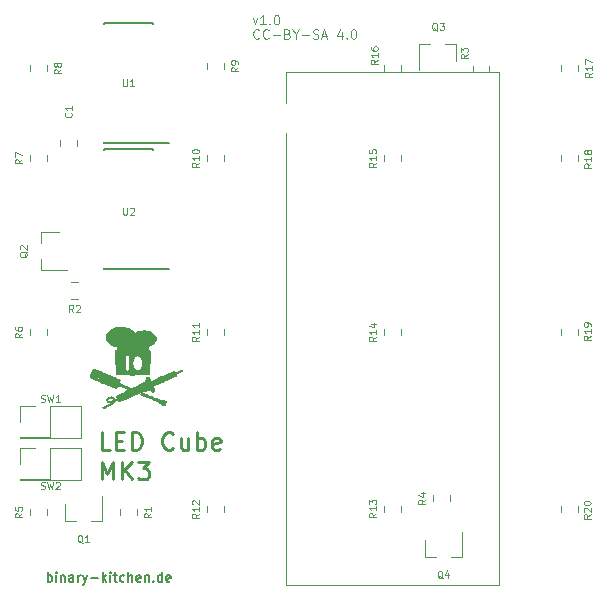
<source format=gbr>
G04 #@! TF.GenerationSoftware,KiCad,Pcbnew,5.0.1*
G04 #@! TF.CreationDate,2018-11-18T18:28:25+01:00*
G04 #@! TF.ProjectId,LED-Cube_MK3,4C45442D437562655F4D4B332E6B6963,rev?*
G04 #@! TF.SameCoordinates,Original*
G04 #@! TF.FileFunction,Legend,Top*
G04 #@! TF.FilePolarity,Positive*
%FSLAX46Y46*%
G04 Gerber Fmt 4.6, Leading zero omitted, Abs format (unit mm)*
G04 Created by KiCad (PCBNEW 5.0.1) date So 18 Nov 2018 18:28:25 CET*
%MOMM*%
%LPD*%
G01*
G04 APERTURE LIST*
%ADD10C,0.150000*%
%ADD11C,0.100000*%
%ADD12C,0.250000*%
%ADD13C,0.010000*%
%ADD14C,0.120000*%
G04 APERTURE END LIST*
D10*
X23328047Y-64536404D02*
X23328047Y-63736404D01*
X23328047Y-64041166D02*
X23404238Y-64003071D01*
X23556619Y-64003071D01*
X23632809Y-64041166D01*
X23670904Y-64079261D01*
X23709000Y-64155452D01*
X23709000Y-64384023D01*
X23670904Y-64460214D01*
X23632809Y-64498309D01*
X23556619Y-64536404D01*
X23404238Y-64536404D01*
X23328047Y-64498309D01*
X24051857Y-64536404D02*
X24051857Y-64003071D01*
X24051857Y-63736404D02*
X24013761Y-63774500D01*
X24051857Y-63812595D01*
X24089952Y-63774500D01*
X24051857Y-63736404D01*
X24051857Y-63812595D01*
X24432809Y-64003071D02*
X24432809Y-64536404D01*
X24432809Y-64079261D02*
X24470904Y-64041166D01*
X24547095Y-64003071D01*
X24661380Y-64003071D01*
X24737571Y-64041166D01*
X24775666Y-64117357D01*
X24775666Y-64536404D01*
X25499476Y-64536404D02*
X25499476Y-64117357D01*
X25461380Y-64041166D01*
X25385190Y-64003071D01*
X25232809Y-64003071D01*
X25156619Y-64041166D01*
X25499476Y-64498309D02*
X25423285Y-64536404D01*
X25232809Y-64536404D01*
X25156619Y-64498309D01*
X25118523Y-64422119D01*
X25118523Y-64345928D01*
X25156619Y-64269738D01*
X25232809Y-64231642D01*
X25423285Y-64231642D01*
X25499476Y-64193547D01*
X25880428Y-64536404D02*
X25880428Y-64003071D01*
X25880428Y-64155452D02*
X25918523Y-64079261D01*
X25956619Y-64041166D01*
X26032809Y-64003071D01*
X26109000Y-64003071D01*
X26299476Y-64003071D02*
X26489952Y-64536404D01*
X26680428Y-64003071D02*
X26489952Y-64536404D01*
X26413761Y-64726880D01*
X26375666Y-64764976D01*
X26299476Y-64803071D01*
X26985190Y-64231642D02*
X27594714Y-64231642D01*
X27975666Y-64536404D02*
X27975666Y-63736404D01*
X28051857Y-64231642D02*
X28280428Y-64536404D01*
X28280428Y-64003071D02*
X27975666Y-64307833D01*
X28623285Y-64536404D02*
X28623285Y-64003071D01*
X28623285Y-63736404D02*
X28585190Y-63774500D01*
X28623285Y-63812595D01*
X28661380Y-63774500D01*
X28623285Y-63736404D01*
X28623285Y-63812595D01*
X28889952Y-64003071D02*
X29194714Y-64003071D01*
X29004238Y-63736404D02*
X29004238Y-64422119D01*
X29042333Y-64498309D01*
X29118523Y-64536404D01*
X29194714Y-64536404D01*
X29804238Y-64498309D02*
X29728047Y-64536404D01*
X29575666Y-64536404D01*
X29499476Y-64498309D01*
X29461380Y-64460214D01*
X29423285Y-64384023D01*
X29423285Y-64155452D01*
X29461380Y-64079261D01*
X29499476Y-64041166D01*
X29575666Y-64003071D01*
X29728047Y-64003071D01*
X29804238Y-64041166D01*
X30147095Y-64536404D02*
X30147095Y-63736404D01*
X30489952Y-64536404D02*
X30489952Y-64117357D01*
X30451857Y-64041166D01*
X30375666Y-64003071D01*
X30261380Y-64003071D01*
X30185190Y-64041166D01*
X30147095Y-64079261D01*
X31175666Y-64498309D02*
X31099476Y-64536404D01*
X30947095Y-64536404D01*
X30870904Y-64498309D01*
X30832809Y-64422119D01*
X30832809Y-64117357D01*
X30870904Y-64041166D01*
X30947095Y-64003071D01*
X31099476Y-64003071D01*
X31175666Y-64041166D01*
X31213761Y-64117357D01*
X31213761Y-64193547D01*
X30832809Y-64269738D01*
X31556619Y-64003071D02*
X31556619Y-64536404D01*
X31556619Y-64079261D02*
X31594714Y-64041166D01*
X31670904Y-64003071D01*
X31785190Y-64003071D01*
X31861380Y-64041166D01*
X31899476Y-64117357D01*
X31899476Y-64536404D01*
X32280428Y-64460214D02*
X32318523Y-64498309D01*
X32280428Y-64536404D01*
X32242333Y-64498309D01*
X32280428Y-64460214D01*
X32280428Y-64536404D01*
X33004238Y-64536404D02*
X33004238Y-63736404D01*
X33004238Y-64498309D02*
X32928047Y-64536404D01*
X32775666Y-64536404D01*
X32699476Y-64498309D01*
X32661380Y-64460214D01*
X32623285Y-64384023D01*
X32623285Y-64155452D01*
X32661380Y-64079261D01*
X32699476Y-64041166D01*
X32775666Y-64003071D01*
X32928047Y-64003071D01*
X33004238Y-64041166D01*
X33689952Y-64498309D02*
X33613761Y-64536404D01*
X33461380Y-64536404D01*
X33385190Y-64498309D01*
X33347095Y-64422119D01*
X33347095Y-64117357D01*
X33385190Y-64041166D01*
X33461380Y-64003071D01*
X33613761Y-64003071D01*
X33689952Y-64041166D01*
X33728047Y-64117357D01*
X33728047Y-64193547D01*
X33347095Y-64269738D01*
D11*
X41223119Y-18486214D02*
X41185023Y-18524309D01*
X41070738Y-18562404D01*
X40994547Y-18562404D01*
X40880261Y-18524309D01*
X40804071Y-18448119D01*
X40765976Y-18371928D01*
X40727880Y-18219547D01*
X40727880Y-18105261D01*
X40765976Y-17952880D01*
X40804071Y-17876690D01*
X40880261Y-17800500D01*
X40994547Y-17762404D01*
X41070738Y-17762404D01*
X41185023Y-17800500D01*
X41223119Y-17838595D01*
X42023119Y-18486214D02*
X41985023Y-18524309D01*
X41870738Y-18562404D01*
X41794547Y-18562404D01*
X41680261Y-18524309D01*
X41604071Y-18448119D01*
X41565976Y-18371928D01*
X41527880Y-18219547D01*
X41527880Y-18105261D01*
X41565976Y-17952880D01*
X41604071Y-17876690D01*
X41680261Y-17800500D01*
X41794547Y-17762404D01*
X41870738Y-17762404D01*
X41985023Y-17800500D01*
X42023119Y-17838595D01*
X42365976Y-18257642D02*
X42975500Y-18257642D01*
X43623119Y-18143357D02*
X43737404Y-18181452D01*
X43775500Y-18219547D01*
X43813595Y-18295738D01*
X43813595Y-18410023D01*
X43775500Y-18486214D01*
X43737404Y-18524309D01*
X43661214Y-18562404D01*
X43356452Y-18562404D01*
X43356452Y-17762404D01*
X43623119Y-17762404D01*
X43699309Y-17800500D01*
X43737404Y-17838595D01*
X43775500Y-17914785D01*
X43775500Y-17990976D01*
X43737404Y-18067166D01*
X43699309Y-18105261D01*
X43623119Y-18143357D01*
X43356452Y-18143357D01*
X44308833Y-18181452D02*
X44308833Y-18562404D01*
X44042166Y-17762404D02*
X44308833Y-18181452D01*
X44575500Y-17762404D01*
X44842166Y-18257642D02*
X45451690Y-18257642D01*
X45794547Y-18524309D02*
X45908833Y-18562404D01*
X46099309Y-18562404D01*
X46175500Y-18524309D01*
X46213595Y-18486214D01*
X46251690Y-18410023D01*
X46251690Y-18333833D01*
X46213595Y-18257642D01*
X46175500Y-18219547D01*
X46099309Y-18181452D01*
X45946928Y-18143357D01*
X45870738Y-18105261D01*
X45832642Y-18067166D01*
X45794547Y-17990976D01*
X45794547Y-17914785D01*
X45832642Y-17838595D01*
X45870738Y-17800500D01*
X45946928Y-17762404D01*
X46137404Y-17762404D01*
X46251690Y-17800500D01*
X46556452Y-18333833D02*
X46937404Y-18333833D01*
X46480261Y-18562404D02*
X46746928Y-17762404D01*
X47013595Y-18562404D01*
X48232642Y-18029071D02*
X48232642Y-18562404D01*
X48042166Y-17724309D02*
X47851690Y-18295738D01*
X48346928Y-18295738D01*
X48651690Y-18486214D02*
X48689785Y-18524309D01*
X48651690Y-18562404D01*
X48613595Y-18524309D01*
X48651690Y-18486214D01*
X48651690Y-18562404D01*
X49185023Y-17762404D02*
X49261214Y-17762404D01*
X49337404Y-17800500D01*
X49375500Y-17838595D01*
X49413595Y-17914785D01*
X49451690Y-18067166D01*
X49451690Y-18257642D01*
X49413595Y-18410023D01*
X49375500Y-18486214D01*
X49337404Y-18524309D01*
X49261214Y-18562404D01*
X49185023Y-18562404D01*
X49108833Y-18524309D01*
X49070738Y-18486214D01*
X49032642Y-18410023D01*
X48994547Y-18257642D01*
X48994547Y-18067166D01*
X49032642Y-17914785D01*
X49070738Y-17838595D01*
X49108833Y-17800500D01*
X49185023Y-17762404D01*
X40689785Y-16822571D02*
X40880261Y-17355904D01*
X41070738Y-16822571D01*
X41794547Y-17355904D02*
X41337404Y-17355904D01*
X41565976Y-17355904D02*
X41565976Y-16555904D01*
X41489785Y-16670190D01*
X41413595Y-16746380D01*
X41337404Y-16784476D01*
X42137404Y-17279714D02*
X42175500Y-17317809D01*
X42137404Y-17355904D01*
X42099309Y-17317809D01*
X42137404Y-17279714D01*
X42137404Y-17355904D01*
X42670738Y-16555904D02*
X42746928Y-16555904D01*
X42823119Y-16594000D01*
X42861214Y-16632095D01*
X42899309Y-16708285D01*
X42937404Y-16860666D01*
X42937404Y-17051142D01*
X42899309Y-17203523D01*
X42861214Y-17279714D01*
X42823119Y-17317809D01*
X42746928Y-17355904D01*
X42670738Y-17355904D01*
X42594547Y-17317809D01*
X42556452Y-17279714D01*
X42518357Y-17203523D01*
X42480261Y-17051142D01*
X42480261Y-16860666D01*
X42518357Y-16708285D01*
X42556452Y-16632095D01*
X42594547Y-16594000D01*
X42670738Y-16555904D01*
D12*
X28599928Y-53379571D02*
X27885642Y-53379571D01*
X27885642Y-51879571D01*
X29099928Y-52593857D02*
X29599928Y-52593857D01*
X29814214Y-53379571D02*
X29099928Y-53379571D01*
X29099928Y-51879571D01*
X29814214Y-51879571D01*
X30457071Y-53379571D02*
X30457071Y-51879571D01*
X30814214Y-51879571D01*
X31028500Y-51951000D01*
X31171357Y-52093857D01*
X31242785Y-52236714D01*
X31314214Y-52522428D01*
X31314214Y-52736714D01*
X31242785Y-53022428D01*
X31171357Y-53165285D01*
X31028500Y-53308142D01*
X30814214Y-53379571D01*
X30457071Y-53379571D01*
X33957071Y-53236714D02*
X33885642Y-53308142D01*
X33671357Y-53379571D01*
X33528500Y-53379571D01*
X33314214Y-53308142D01*
X33171357Y-53165285D01*
X33099928Y-53022428D01*
X33028500Y-52736714D01*
X33028500Y-52522428D01*
X33099928Y-52236714D01*
X33171357Y-52093857D01*
X33314214Y-51951000D01*
X33528500Y-51879571D01*
X33671357Y-51879571D01*
X33885642Y-51951000D01*
X33957071Y-52022428D01*
X35242785Y-52379571D02*
X35242785Y-53379571D01*
X34599928Y-52379571D02*
X34599928Y-53165285D01*
X34671357Y-53308142D01*
X34814214Y-53379571D01*
X35028500Y-53379571D01*
X35171357Y-53308142D01*
X35242785Y-53236714D01*
X35957071Y-53379571D02*
X35957071Y-51879571D01*
X35957071Y-52451000D02*
X36099928Y-52379571D01*
X36385642Y-52379571D01*
X36528500Y-52451000D01*
X36599928Y-52522428D01*
X36671357Y-52665285D01*
X36671357Y-53093857D01*
X36599928Y-53236714D01*
X36528500Y-53308142D01*
X36385642Y-53379571D01*
X36099928Y-53379571D01*
X35957071Y-53308142D01*
X37885642Y-53308142D02*
X37742785Y-53379571D01*
X37457071Y-53379571D01*
X37314214Y-53308142D01*
X37242785Y-53165285D01*
X37242785Y-52593857D01*
X37314214Y-52451000D01*
X37457071Y-52379571D01*
X37742785Y-52379571D01*
X37885642Y-52451000D01*
X37957071Y-52593857D01*
X37957071Y-52736714D01*
X37242785Y-52879571D01*
X27885642Y-55879571D02*
X27885642Y-54379571D01*
X28385642Y-55451000D01*
X28885642Y-54379571D01*
X28885642Y-55879571D01*
X29599928Y-55879571D02*
X29599928Y-54379571D01*
X30457071Y-55879571D02*
X29814214Y-55022428D01*
X30457071Y-54379571D02*
X29599928Y-55236714D01*
X30957071Y-54379571D02*
X31885642Y-54379571D01*
X31385642Y-54951000D01*
X31599928Y-54951000D01*
X31742785Y-55022428D01*
X31814214Y-55093857D01*
X31885642Y-55236714D01*
X31885642Y-55593857D01*
X31814214Y-55736714D01*
X31742785Y-55808142D01*
X31599928Y-55879571D01*
X31171357Y-55879571D01*
X31028500Y-55808142D01*
X30957071Y-55736714D01*
D13*
G04 #@! TO.C,G\002A\002A\002A*
G36*
X29634705Y-42959240D02*
X29757969Y-42972165D01*
X29828350Y-42984572D01*
X29983152Y-43025914D01*
X30132674Y-43081978D01*
X30269287Y-43149683D01*
X30332040Y-43188037D01*
X30432081Y-43261276D01*
X30517695Y-43341232D01*
X30596065Y-43435109D01*
X30639183Y-43496027D01*
X30690044Y-43563324D01*
X30740065Y-43614205D01*
X30763102Y-43631750D01*
X30809953Y-43657390D01*
X30858077Y-43674962D01*
X30900718Y-43682800D01*
X30931118Y-43679241D01*
X30937818Y-43674796D01*
X30946324Y-43653024D01*
X30935191Y-43632880D01*
X30909476Y-43622095D01*
X30903103Y-43621741D01*
X30842478Y-43609327D01*
X30781735Y-43573024D01*
X30739141Y-43532619D01*
X30714571Y-43504348D01*
X30702876Y-43483886D01*
X30706167Y-43467018D01*
X30726556Y-43449528D01*
X30766154Y-43427198D01*
X30800909Y-43409264D01*
X30949487Y-43346102D01*
X31111867Y-43300442D01*
X31283081Y-43272616D01*
X31458161Y-43262955D01*
X31632140Y-43271792D01*
X31800050Y-43299459D01*
X31923472Y-43334276D01*
X32061153Y-43390242D01*
X32180717Y-43457115D01*
X32281509Y-43533276D01*
X32362874Y-43617107D01*
X32424155Y-43706988D01*
X32464697Y-43801301D01*
X32483845Y-43898426D01*
X32480943Y-43996745D01*
X32455334Y-44094638D01*
X32406364Y-44190486D01*
X32333377Y-44282670D01*
X32315072Y-44301280D01*
X32221482Y-44380053D01*
X32113915Y-44448572D01*
X31998825Y-44503733D01*
X31882664Y-44542433D01*
X31774369Y-44561366D01*
X31725375Y-44566193D01*
X31696610Y-44571749D01*
X31682889Y-44579849D01*
X31679026Y-44592308D01*
X31678976Y-44594750D01*
X31682610Y-44610014D01*
X31697541Y-44618543D01*
X31729813Y-44622985D01*
X31745751Y-44624033D01*
X31812526Y-44627877D01*
X31812526Y-44944525D01*
X31875412Y-44944525D01*
X31924446Y-44948905D01*
X31959627Y-44964113D01*
X31971254Y-44973143D01*
X32004211Y-45001761D01*
X31952090Y-45942973D01*
X31941622Y-46130191D01*
X31932266Y-46293399D01*
X31923922Y-46433998D01*
X31916486Y-46553386D01*
X31909858Y-46652964D01*
X31903937Y-46734130D01*
X31898620Y-46798286D01*
X31893807Y-46846829D01*
X31889395Y-46881161D01*
X31885283Y-46902680D01*
X31881782Y-46912208D01*
X31855726Y-46934742D01*
X31822162Y-46946946D01*
X31783398Y-46951597D01*
X31723314Y-46956734D01*
X31646017Y-46962131D01*
X31555615Y-46967562D01*
X31456214Y-46972802D01*
X31351923Y-46977623D01*
X31246848Y-46981801D01*
X31145098Y-46985108D01*
X31112977Y-46985970D01*
X30956369Y-46989815D01*
X30821080Y-46992857D01*
X30703004Y-46995116D01*
X30598034Y-46996617D01*
X30502066Y-46997382D01*
X30410992Y-46997433D01*
X30320707Y-46996794D01*
X30227105Y-46995487D01*
X30126080Y-46993535D01*
X30050934Y-46991848D01*
X29904792Y-46987920D01*
X29764954Y-46983174D01*
X29633814Y-46977751D01*
X29513766Y-46971796D01*
X29407205Y-46965449D01*
X29316524Y-46958853D01*
X29244119Y-46952151D01*
X29192383Y-46945486D01*
X29163862Y-46939058D01*
X29134504Y-46918263D01*
X29117725Y-46879995D01*
X29117601Y-46879496D01*
X29114983Y-46859109D01*
X29111188Y-46815547D01*
X29106359Y-46751039D01*
X29100640Y-46667813D01*
X29094173Y-46568098D01*
X29087102Y-46454124D01*
X29079568Y-46328119D01*
X29074826Y-46246088D01*
X29866507Y-46246088D01*
X29866645Y-46354159D01*
X29867163Y-46439639D01*
X29868211Y-46505372D01*
X29869944Y-46554205D01*
X29872513Y-46588983D01*
X29876072Y-46612552D01*
X29880773Y-46627756D01*
X29886769Y-46637442D01*
X29887557Y-46638341D01*
X29901601Y-46649470D01*
X29922939Y-46656458D01*
X29957010Y-46660184D01*
X30009257Y-46661529D01*
X30031395Y-46661600D01*
X30101137Y-46659904D01*
X30148479Y-46654584D01*
X30176246Y-46645295D01*
X30178873Y-46643555D01*
X30184602Y-46638488D01*
X30189391Y-46630929D01*
X30193341Y-46618679D01*
X30196553Y-46599537D01*
X30199127Y-46571302D01*
X30201165Y-46531776D01*
X30202767Y-46478756D01*
X30204034Y-46410044D01*
X30205067Y-46323438D01*
X30205968Y-46216739D01*
X30206835Y-46087746D01*
X30207223Y-46025033D01*
X30207255Y-46019287D01*
X30497609Y-46019287D01*
X30502356Y-46134604D01*
X30518134Y-46234580D01*
X30546758Y-46327585D01*
X30581219Y-46404778D01*
X30616391Y-46461951D01*
X30662579Y-46519037D01*
X30714094Y-46570348D01*
X30765245Y-46610197D01*
X30809070Y-46632499D01*
X30894739Y-46647559D01*
X30980278Y-46639767D01*
X31045827Y-46616472D01*
X31124968Y-46563343D01*
X31192859Y-46490470D01*
X31248732Y-46401287D01*
X31291817Y-46299232D01*
X31321346Y-46187737D01*
X31336550Y-46070238D01*
X31336660Y-45950170D01*
X31320908Y-45830969D01*
X31288524Y-45716068D01*
X31261623Y-45652344D01*
X31209898Y-45560444D01*
X31152357Y-45489841D01*
X31085484Y-45436497D01*
X31061048Y-45422145D01*
X30979894Y-45390956D01*
X30898466Y-45384806D01*
X30818276Y-45403356D01*
X30740836Y-45446269D01*
X30671418Y-45509049D01*
X30599282Y-45604500D01*
X30546861Y-45712074D01*
X30513513Y-45833654D01*
X30498596Y-45971126D01*
X30497609Y-46019287D01*
X30207255Y-46019287D01*
X30208016Y-45885052D01*
X30208497Y-45768305D01*
X30208602Y-45672590D01*
X30208268Y-45595705D01*
X30207433Y-45535446D01*
X30206033Y-45489611D01*
X30204006Y-45455997D01*
X30201287Y-45432402D01*
X30197815Y-45416623D01*
X30193526Y-45406458D01*
X30189353Y-45400764D01*
X30175457Y-45389486D01*
X30154852Y-45382374D01*
X30122077Y-45378538D01*
X30071674Y-45377086D01*
X30043511Y-45376974D01*
X29977740Y-45378280D01*
X29933760Y-45382498D01*
X29908041Y-45390071D01*
X29901262Y-45394912D01*
X29893435Y-45415813D01*
X29886555Y-45461531D01*
X29880645Y-45531462D01*
X29875730Y-45625002D01*
X29871835Y-45741547D01*
X29868984Y-45880491D01*
X29867203Y-46041232D01*
X29866515Y-46223164D01*
X29866507Y-46246088D01*
X29074826Y-46246088D01*
X29071717Y-46192312D01*
X29063689Y-46048931D01*
X29059981Y-45981130D01*
X29051968Y-45834561D01*
X29044182Y-45694188D01*
X29036757Y-45562287D01*
X29029825Y-45441131D01*
X29023520Y-45332997D01*
X29017975Y-45240158D01*
X29013324Y-45164889D01*
X29009700Y-45109467D01*
X29007236Y-45076164D01*
X29006550Y-45069077D01*
X29003931Y-45029623D01*
X29010082Y-45003833D01*
X29028039Y-44980590D01*
X29031710Y-44976864D01*
X29054539Y-44958067D01*
X29080713Y-44948267D01*
X29119346Y-44944766D01*
X29140941Y-44944525D01*
X29217834Y-44944525D01*
X29217834Y-44696008D01*
X29314325Y-44700881D01*
X29371221Y-44701694D01*
X29409850Y-44697807D01*
X29424981Y-44691589D01*
X29433044Y-44677517D01*
X29424489Y-44666048D01*
X29397104Y-44656398D01*
X29348679Y-44647785D01*
X29278124Y-44639537D01*
X29097643Y-44611858D01*
X28929215Y-44567202D01*
X28774569Y-44506574D01*
X28635434Y-44430972D01*
X28513538Y-44341401D01*
X28410610Y-44238860D01*
X28328379Y-44124351D01*
X28300525Y-44073122D01*
X28275718Y-44021396D01*
X28259664Y-43980969D01*
X28250087Y-43942700D01*
X28244713Y-43897449D01*
X28241269Y-43836074D01*
X28241208Y-43834718D01*
X28239199Y-43770690D01*
X28240546Y-43723141D01*
X28246275Y-43683222D01*
X28257414Y-43642079D01*
X28266806Y-43614033D01*
X28321862Y-43493883D01*
X28399650Y-43382523D01*
X28498652Y-43281061D01*
X28617349Y-43190608D01*
X28754223Y-43112271D01*
X28907753Y-43047160D01*
X29076423Y-42996384D01*
X29129125Y-42984247D01*
X29240397Y-42966481D01*
X29367418Y-42956394D01*
X29501687Y-42953982D01*
X29634705Y-42959240D01*
X29634705Y-42959240D01*
G37*
X29634705Y-42959240D02*
X29757969Y-42972165D01*
X29828350Y-42984572D01*
X29983152Y-43025914D01*
X30132674Y-43081978D01*
X30269287Y-43149683D01*
X30332040Y-43188037D01*
X30432081Y-43261276D01*
X30517695Y-43341232D01*
X30596065Y-43435109D01*
X30639183Y-43496027D01*
X30690044Y-43563324D01*
X30740065Y-43614205D01*
X30763102Y-43631750D01*
X30809953Y-43657390D01*
X30858077Y-43674962D01*
X30900718Y-43682800D01*
X30931118Y-43679241D01*
X30937818Y-43674796D01*
X30946324Y-43653024D01*
X30935191Y-43632880D01*
X30909476Y-43622095D01*
X30903103Y-43621741D01*
X30842478Y-43609327D01*
X30781735Y-43573024D01*
X30739141Y-43532619D01*
X30714571Y-43504348D01*
X30702876Y-43483886D01*
X30706167Y-43467018D01*
X30726556Y-43449528D01*
X30766154Y-43427198D01*
X30800909Y-43409264D01*
X30949487Y-43346102D01*
X31111867Y-43300442D01*
X31283081Y-43272616D01*
X31458161Y-43262955D01*
X31632140Y-43271792D01*
X31800050Y-43299459D01*
X31923472Y-43334276D01*
X32061153Y-43390242D01*
X32180717Y-43457115D01*
X32281509Y-43533276D01*
X32362874Y-43617107D01*
X32424155Y-43706988D01*
X32464697Y-43801301D01*
X32483845Y-43898426D01*
X32480943Y-43996745D01*
X32455334Y-44094638D01*
X32406364Y-44190486D01*
X32333377Y-44282670D01*
X32315072Y-44301280D01*
X32221482Y-44380053D01*
X32113915Y-44448572D01*
X31998825Y-44503733D01*
X31882664Y-44542433D01*
X31774369Y-44561366D01*
X31725375Y-44566193D01*
X31696610Y-44571749D01*
X31682889Y-44579849D01*
X31679026Y-44592308D01*
X31678976Y-44594750D01*
X31682610Y-44610014D01*
X31697541Y-44618543D01*
X31729813Y-44622985D01*
X31745751Y-44624033D01*
X31812526Y-44627877D01*
X31812526Y-44944525D01*
X31875412Y-44944525D01*
X31924446Y-44948905D01*
X31959627Y-44964113D01*
X31971254Y-44973143D01*
X32004211Y-45001761D01*
X31952090Y-45942973D01*
X31941622Y-46130191D01*
X31932266Y-46293399D01*
X31923922Y-46433998D01*
X31916486Y-46553386D01*
X31909858Y-46652964D01*
X31903937Y-46734130D01*
X31898620Y-46798286D01*
X31893807Y-46846829D01*
X31889395Y-46881161D01*
X31885283Y-46902680D01*
X31881782Y-46912208D01*
X31855726Y-46934742D01*
X31822162Y-46946946D01*
X31783398Y-46951597D01*
X31723314Y-46956734D01*
X31646017Y-46962131D01*
X31555615Y-46967562D01*
X31456214Y-46972802D01*
X31351923Y-46977623D01*
X31246848Y-46981801D01*
X31145098Y-46985108D01*
X31112977Y-46985970D01*
X30956369Y-46989815D01*
X30821080Y-46992857D01*
X30703004Y-46995116D01*
X30598034Y-46996617D01*
X30502066Y-46997382D01*
X30410992Y-46997433D01*
X30320707Y-46996794D01*
X30227105Y-46995487D01*
X30126080Y-46993535D01*
X30050934Y-46991848D01*
X29904792Y-46987920D01*
X29764954Y-46983174D01*
X29633814Y-46977751D01*
X29513766Y-46971796D01*
X29407205Y-46965449D01*
X29316524Y-46958853D01*
X29244119Y-46952151D01*
X29192383Y-46945486D01*
X29163862Y-46939058D01*
X29134504Y-46918263D01*
X29117725Y-46879995D01*
X29117601Y-46879496D01*
X29114983Y-46859109D01*
X29111188Y-46815547D01*
X29106359Y-46751039D01*
X29100640Y-46667813D01*
X29094173Y-46568098D01*
X29087102Y-46454124D01*
X29079568Y-46328119D01*
X29074826Y-46246088D01*
X29866507Y-46246088D01*
X29866645Y-46354159D01*
X29867163Y-46439639D01*
X29868211Y-46505372D01*
X29869944Y-46554205D01*
X29872513Y-46588983D01*
X29876072Y-46612552D01*
X29880773Y-46627756D01*
X29886769Y-46637442D01*
X29887557Y-46638341D01*
X29901601Y-46649470D01*
X29922939Y-46656458D01*
X29957010Y-46660184D01*
X30009257Y-46661529D01*
X30031395Y-46661600D01*
X30101137Y-46659904D01*
X30148479Y-46654584D01*
X30176246Y-46645295D01*
X30178873Y-46643555D01*
X30184602Y-46638488D01*
X30189391Y-46630929D01*
X30193341Y-46618679D01*
X30196553Y-46599537D01*
X30199127Y-46571302D01*
X30201165Y-46531776D01*
X30202767Y-46478756D01*
X30204034Y-46410044D01*
X30205067Y-46323438D01*
X30205968Y-46216739D01*
X30206835Y-46087746D01*
X30207223Y-46025033D01*
X30207255Y-46019287D01*
X30497609Y-46019287D01*
X30502356Y-46134604D01*
X30518134Y-46234580D01*
X30546758Y-46327585D01*
X30581219Y-46404778D01*
X30616391Y-46461951D01*
X30662579Y-46519037D01*
X30714094Y-46570348D01*
X30765245Y-46610197D01*
X30809070Y-46632499D01*
X30894739Y-46647559D01*
X30980278Y-46639767D01*
X31045827Y-46616472D01*
X31124968Y-46563343D01*
X31192859Y-46490470D01*
X31248732Y-46401287D01*
X31291817Y-46299232D01*
X31321346Y-46187737D01*
X31336550Y-46070238D01*
X31336660Y-45950170D01*
X31320908Y-45830969D01*
X31288524Y-45716068D01*
X31261623Y-45652344D01*
X31209898Y-45560444D01*
X31152357Y-45489841D01*
X31085484Y-45436497D01*
X31061048Y-45422145D01*
X30979894Y-45390956D01*
X30898466Y-45384806D01*
X30818276Y-45403356D01*
X30740836Y-45446269D01*
X30671418Y-45509049D01*
X30599282Y-45604500D01*
X30546861Y-45712074D01*
X30513513Y-45833654D01*
X30498596Y-45971126D01*
X30497609Y-46019287D01*
X30207255Y-46019287D01*
X30208016Y-45885052D01*
X30208497Y-45768305D01*
X30208602Y-45672590D01*
X30208268Y-45595705D01*
X30207433Y-45535446D01*
X30206033Y-45489611D01*
X30204006Y-45455997D01*
X30201287Y-45432402D01*
X30197815Y-45416623D01*
X30193526Y-45406458D01*
X30189353Y-45400764D01*
X30175457Y-45389486D01*
X30154852Y-45382374D01*
X30122077Y-45378538D01*
X30071674Y-45377086D01*
X30043511Y-45376974D01*
X29977740Y-45378280D01*
X29933760Y-45382498D01*
X29908041Y-45390071D01*
X29901262Y-45394912D01*
X29893435Y-45415813D01*
X29886555Y-45461531D01*
X29880645Y-45531462D01*
X29875730Y-45625002D01*
X29871835Y-45741547D01*
X29868984Y-45880491D01*
X29867203Y-46041232D01*
X29866515Y-46223164D01*
X29866507Y-46246088D01*
X29074826Y-46246088D01*
X29071717Y-46192312D01*
X29063689Y-46048931D01*
X29059981Y-45981130D01*
X29051968Y-45834561D01*
X29044182Y-45694188D01*
X29036757Y-45562287D01*
X29029825Y-45441131D01*
X29023520Y-45332997D01*
X29017975Y-45240158D01*
X29013324Y-45164889D01*
X29009700Y-45109467D01*
X29007236Y-45076164D01*
X29006550Y-45069077D01*
X29003931Y-45029623D01*
X29010082Y-45003833D01*
X29028039Y-44980590D01*
X29031710Y-44976864D01*
X29054539Y-44958067D01*
X29080713Y-44948267D01*
X29119346Y-44944766D01*
X29140941Y-44944525D01*
X29217834Y-44944525D01*
X29217834Y-44696008D01*
X29314325Y-44700881D01*
X29371221Y-44701694D01*
X29409850Y-44697807D01*
X29424981Y-44691589D01*
X29433044Y-44677517D01*
X29424489Y-44666048D01*
X29397104Y-44656398D01*
X29348679Y-44647785D01*
X29278124Y-44639537D01*
X29097643Y-44611858D01*
X28929215Y-44567202D01*
X28774569Y-44506574D01*
X28635434Y-44430972D01*
X28513538Y-44341401D01*
X28410610Y-44238860D01*
X28328379Y-44124351D01*
X28300525Y-44073122D01*
X28275718Y-44021396D01*
X28259664Y-43980969D01*
X28250087Y-43942700D01*
X28244713Y-43897449D01*
X28241269Y-43836074D01*
X28241208Y-43834718D01*
X28239199Y-43770690D01*
X28240546Y-43723141D01*
X28246275Y-43683222D01*
X28257414Y-43642079D01*
X28266806Y-43614033D01*
X28321862Y-43493883D01*
X28399650Y-43382523D01*
X28498652Y-43281061D01*
X28617349Y-43190608D01*
X28754223Y-43112271D01*
X28907753Y-43047160D01*
X29076423Y-42996384D01*
X29129125Y-42984247D01*
X29240397Y-42966481D01*
X29367418Y-42956394D01*
X29501687Y-42953982D01*
X29634705Y-42959240D01*
G36*
X27260368Y-46548847D02*
X27279603Y-46550887D01*
X27302545Y-46555571D01*
X27331371Y-46563668D01*
X27368264Y-46575947D01*
X27415404Y-46593177D01*
X27474971Y-46616126D01*
X27549144Y-46645565D01*
X27640105Y-46682261D01*
X27750034Y-46726984D01*
X27881112Y-46780503D01*
X27895086Y-46786213D01*
X28024261Y-46838986D01*
X28157206Y-46893285D01*
X28289873Y-46947457D01*
X28418214Y-46999849D01*
X28538181Y-47048810D01*
X28645726Y-47092688D01*
X28736800Y-47129828D01*
X28791745Y-47152221D01*
X28874873Y-47186295D01*
X28950617Y-47217739D01*
X29015652Y-47245140D01*
X29066655Y-47267086D01*
X29100303Y-47282167D01*
X29112902Y-47288626D01*
X29126783Y-47310836D01*
X29128800Y-47323419D01*
X29139023Y-47347634D01*
X29164148Y-47375121D01*
X29195863Y-47398756D01*
X29225855Y-47411413D01*
X29232161Y-47412026D01*
X29261020Y-47406283D01*
X29294895Y-47392561D01*
X29329098Y-47380409D01*
X29356326Y-47385844D01*
X29357567Y-47386493D01*
X29390774Y-47414772D01*
X29406107Y-47455615D01*
X29403666Y-47510751D01*
X29383552Y-47581909D01*
X29370829Y-47614644D01*
X29333038Y-47706288D01*
X29399447Y-47735158D01*
X29426497Y-47746586D01*
X29473968Y-47766280D01*
X29538710Y-47792948D01*
X29617571Y-47825297D01*
X29707398Y-47862033D01*
X29805040Y-47901864D01*
X29901159Y-47940981D01*
X29999890Y-47981306D01*
X30090791Y-48018798D01*
X30171259Y-48052357D01*
X30238691Y-48080880D01*
X30290485Y-48103267D01*
X30324037Y-48118416D01*
X30336745Y-48125224D01*
X30336788Y-48125338D01*
X30326010Y-48133124D01*
X30296678Y-48148230D01*
X30253730Y-48168220D01*
X30218857Y-48183537D01*
X30100600Y-48234332D01*
X29687835Y-48064851D01*
X29591472Y-48025487D01*
X29502529Y-47989545D01*
X29423748Y-47958103D01*
X29357866Y-47932236D01*
X29307625Y-47913022D01*
X29275765Y-47901538D01*
X29265133Y-47898672D01*
X29255875Y-47911094D01*
X29239771Y-47941366D01*
X29219741Y-47983847D01*
X29211887Y-48001601D01*
X29189265Y-48049593D01*
X29167178Y-48089641D01*
X29149476Y-48114947D01*
X29145510Y-48118715D01*
X29113985Y-48133028D01*
X29077164Y-48136904D01*
X29043101Y-48131316D01*
X29019853Y-48117236D01*
X29014329Y-48102877D01*
X29005892Y-48082615D01*
X28984876Y-48055137D01*
X28977150Y-48047002D01*
X28933486Y-48016845D01*
X28885986Y-48011403D01*
X28844030Y-48024214D01*
X28839239Y-48026898D01*
X28835324Y-48029402D01*
X28830889Y-48031187D01*
X28824539Y-48031716D01*
X28814877Y-48030449D01*
X28800508Y-48026848D01*
X28780037Y-48020374D01*
X28752068Y-48010489D01*
X28715205Y-47996655D01*
X28668052Y-47978332D01*
X28609214Y-47954983D01*
X28537295Y-47926069D01*
X28450900Y-47891051D01*
X28348633Y-47849390D01*
X28229098Y-47800549D01*
X28090899Y-47743989D01*
X27932642Y-47679170D01*
X27752929Y-47605556D01*
X27653686Y-47564911D01*
X27487649Y-47496579D01*
X27345016Y-47437147D01*
X27225420Y-47386455D01*
X27128495Y-47344342D01*
X27053876Y-47310648D01*
X27001194Y-47285212D01*
X26970085Y-47267874D01*
X26962511Y-47262196D01*
X26927393Y-47220997D01*
X26898778Y-47173200D01*
X26881413Y-47127721D01*
X26881325Y-47127033D01*
X27151319Y-47127033D01*
X27156989Y-47144353D01*
X27170204Y-47151844D01*
X27204759Y-47167903D01*
X27258398Y-47191601D01*
X27328861Y-47222010D01*
X27413892Y-47258200D01*
X27511231Y-47299244D01*
X27618621Y-47344214D01*
X27733804Y-47392180D01*
X27854521Y-47442213D01*
X27978515Y-47493387D01*
X28103526Y-47544771D01*
X28227299Y-47595439D01*
X28347573Y-47644460D01*
X28462092Y-47690906D01*
X28568596Y-47733850D01*
X28664828Y-47772362D01*
X28748531Y-47805515D01*
X28817445Y-47832379D01*
X28869312Y-47852026D01*
X28901875Y-47863527D01*
X28912576Y-47866231D01*
X28927521Y-47852674D01*
X28931655Y-47832642D01*
X28930473Y-47826371D01*
X28925880Y-47819480D01*
X28916301Y-47811270D01*
X28900161Y-47801041D01*
X28875887Y-47788093D01*
X28841904Y-47771726D01*
X28796638Y-47751240D01*
X28738515Y-47725935D01*
X28665960Y-47695111D01*
X28577399Y-47658069D01*
X28471259Y-47614108D01*
X28345965Y-47562528D01*
X28199942Y-47502630D01*
X28066757Y-47448094D01*
X27925796Y-47390515D01*
X27791415Y-47335844D01*
X27665511Y-47284839D01*
X27549979Y-47238258D01*
X27446716Y-47196857D01*
X27357618Y-47161396D01*
X27284580Y-47132632D01*
X27229498Y-47111322D01*
X27194270Y-47098225D01*
X27180962Y-47094079D01*
X27158704Y-47104022D01*
X27151319Y-47127033D01*
X26881325Y-47127033D01*
X26878389Y-47104095D01*
X26883418Y-47083715D01*
X26896926Y-47044051D01*
X26917375Y-46989206D01*
X26943233Y-46923280D01*
X26972962Y-46850376D01*
X26974411Y-46846893D01*
X27093748Y-46846893D01*
X27101251Y-46871776D01*
X27122386Y-46876482D01*
X27155092Y-46860857D01*
X27166592Y-46852387D01*
X27207484Y-46832680D01*
X27246524Y-46826948D01*
X27260701Y-46829094D01*
X27285057Y-46835800D01*
X27320607Y-46847467D01*
X27368367Y-46864499D01*
X27429353Y-46887297D01*
X27504582Y-46916263D01*
X27595069Y-46951800D01*
X27701830Y-46994310D01*
X27825881Y-47044196D01*
X27968237Y-47101858D01*
X28129916Y-47167700D01*
X28311932Y-47242124D01*
X28515302Y-47325532D01*
X28741042Y-47418326D01*
X28759947Y-47426105D01*
X28838580Y-47458009D01*
X28910021Y-47486137D01*
X28970713Y-47509156D01*
X29017095Y-47525734D01*
X29045607Y-47534539D01*
X29052486Y-47535572D01*
X29067421Y-47522014D01*
X29071565Y-47502132D01*
X29070188Y-47494491D01*
X29064750Y-47486372D01*
X29053284Y-47476862D01*
X29033827Y-47465047D01*
X29004412Y-47450015D01*
X28963077Y-47430852D01*
X28907855Y-47406646D01*
X28836782Y-47376484D01*
X28747893Y-47339451D01*
X28639223Y-47294635D01*
X28518285Y-47245007D01*
X28322536Y-47164797D01*
X28148908Y-47093703D01*
X27995987Y-47031183D01*
X27862358Y-46976697D01*
X27746609Y-46929702D01*
X27647325Y-46889658D01*
X27563094Y-46856023D01*
X27492500Y-46828257D01*
X27434132Y-46805818D01*
X27386574Y-46788165D01*
X27348414Y-46774756D01*
X27318237Y-46765052D01*
X27294630Y-46758509D01*
X27276180Y-46754588D01*
X27261472Y-46752746D01*
X27249094Y-46752443D01*
X27237631Y-46753138D01*
X27234293Y-46753447D01*
X27179196Y-46765464D01*
X27133822Y-46787942D01*
X27103574Y-46817290D01*
X27093748Y-46846893D01*
X26974411Y-46846893D01*
X26976962Y-46840765D01*
X27014557Y-46751752D01*
X27045227Y-46683521D01*
X27071410Y-46633203D01*
X27095544Y-46597930D01*
X27120068Y-46574830D01*
X27147418Y-46561034D01*
X27180032Y-46553673D01*
X27220349Y-46549877D01*
X27224292Y-46549621D01*
X27242657Y-46548681D01*
X27260368Y-46548847D01*
X27260368Y-46548847D01*
G37*
X27260368Y-46548847D02*
X27279603Y-46550887D01*
X27302545Y-46555571D01*
X27331371Y-46563668D01*
X27368264Y-46575947D01*
X27415404Y-46593177D01*
X27474971Y-46616126D01*
X27549144Y-46645565D01*
X27640105Y-46682261D01*
X27750034Y-46726984D01*
X27881112Y-46780503D01*
X27895086Y-46786213D01*
X28024261Y-46838986D01*
X28157206Y-46893285D01*
X28289873Y-46947457D01*
X28418214Y-46999849D01*
X28538181Y-47048810D01*
X28645726Y-47092688D01*
X28736800Y-47129828D01*
X28791745Y-47152221D01*
X28874873Y-47186295D01*
X28950617Y-47217739D01*
X29015652Y-47245140D01*
X29066655Y-47267086D01*
X29100303Y-47282167D01*
X29112902Y-47288626D01*
X29126783Y-47310836D01*
X29128800Y-47323419D01*
X29139023Y-47347634D01*
X29164148Y-47375121D01*
X29195863Y-47398756D01*
X29225855Y-47411413D01*
X29232161Y-47412026D01*
X29261020Y-47406283D01*
X29294895Y-47392561D01*
X29329098Y-47380409D01*
X29356326Y-47385844D01*
X29357567Y-47386493D01*
X29390774Y-47414772D01*
X29406107Y-47455615D01*
X29403666Y-47510751D01*
X29383552Y-47581909D01*
X29370829Y-47614644D01*
X29333038Y-47706288D01*
X29399447Y-47735158D01*
X29426497Y-47746586D01*
X29473968Y-47766280D01*
X29538710Y-47792948D01*
X29617571Y-47825297D01*
X29707398Y-47862033D01*
X29805040Y-47901864D01*
X29901159Y-47940981D01*
X29999890Y-47981306D01*
X30090791Y-48018798D01*
X30171259Y-48052357D01*
X30238691Y-48080880D01*
X30290485Y-48103267D01*
X30324037Y-48118416D01*
X30336745Y-48125224D01*
X30336788Y-48125338D01*
X30326010Y-48133124D01*
X30296678Y-48148230D01*
X30253730Y-48168220D01*
X30218857Y-48183537D01*
X30100600Y-48234332D01*
X29687835Y-48064851D01*
X29591472Y-48025487D01*
X29502529Y-47989545D01*
X29423748Y-47958103D01*
X29357866Y-47932236D01*
X29307625Y-47913022D01*
X29275765Y-47901538D01*
X29265133Y-47898672D01*
X29255875Y-47911094D01*
X29239771Y-47941366D01*
X29219741Y-47983847D01*
X29211887Y-48001601D01*
X29189265Y-48049593D01*
X29167178Y-48089641D01*
X29149476Y-48114947D01*
X29145510Y-48118715D01*
X29113985Y-48133028D01*
X29077164Y-48136904D01*
X29043101Y-48131316D01*
X29019853Y-48117236D01*
X29014329Y-48102877D01*
X29005892Y-48082615D01*
X28984876Y-48055137D01*
X28977150Y-48047002D01*
X28933486Y-48016845D01*
X28885986Y-48011403D01*
X28844030Y-48024214D01*
X28839239Y-48026898D01*
X28835324Y-48029402D01*
X28830889Y-48031187D01*
X28824539Y-48031716D01*
X28814877Y-48030449D01*
X28800508Y-48026848D01*
X28780037Y-48020374D01*
X28752068Y-48010489D01*
X28715205Y-47996655D01*
X28668052Y-47978332D01*
X28609214Y-47954983D01*
X28537295Y-47926069D01*
X28450900Y-47891051D01*
X28348633Y-47849390D01*
X28229098Y-47800549D01*
X28090899Y-47743989D01*
X27932642Y-47679170D01*
X27752929Y-47605556D01*
X27653686Y-47564911D01*
X27487649Y-47496579D01*
X27345016Y-47437147D01*
X27225420Y-47386455D01*
X27128495Y-47344342D01*
X27053876Y-47310648D01*
X27001194Y-47285212D01*
X26970085Y-47267874D01*
X26962511Y-47262196D01*
X26927393Y-47220997D01*
X26898778Y-47173200D01*
X26881413Y-47127721D01*
X26881325Y-47127033D01*
X27151319Y-47127033D01*
X27156989Y-47144353D01*
X27170204Y-47151844D01*
X27204759Y-47167903D01*
X27258398Y-47191601D01*
X27328861Y-47222010D01*
X27413892Y-47258200D01*
X27511231Y-47299244D01*
X27618621Y-47344214D01*
X27733804Y-47392180D01*
X27854521Y-47442213D01*
X27978515Y-47493387D01*
X28103526Y-47544771D01*
X28227299Y-47595439D01*
X28347573Y-47644460D01*
X28462092Y-47690906D01*
X28568596Y-47733850D01*
X28664828Y-47772362D01*
X28748531Y-47805515D01*
X28817445Y-47832379D01*
X28869312Y-47852026D01*
X28901875Y-47863527D01*
X28912576Y-47866231D01*
X28927521Y-47852674D01*
X28931655Y-47832642D01*
X28930473Y-47826371D01*
X28925880Y-47819480D01*
X28916301Y-47811270D01*
X28900161Y-47801041D01*
X28875887Y-47788093D01*
X28841904Y-47771726D01*
X28796638Y-47751240D01*
X28738515Y-47725935D01*
X28665960Y-47695111D01*
X28577399Y-47658069D01*
X28471259Y-47614108D01*
X28345965Y-47562528D01*
X28199942Y-47502630D01*
X28066757Y-47448094D01*
X27925796Y-47390515D01*
X27791415Y-47335844D01*
X27665511Y-47284839D01*
X27549979Y-47238258D01*
X27446716Y-47196857D01*
X27357618Y-47161396D01*
X27284580Y-47132632D01*
X27229498Y-47111322D01*
X27194270Y-47098225D01*
X27180962Y-47094079D01*
X27158704Y-47104022D01*
X27151319Y-47127033D01*
X26881325Y-47127033D01*
X26878389Y-47104095D01*
X26883418Y-47083715D01*
X26896926Y-47044051D01*
X26917375Y-46989206D01*
X26943233Y-46923280D01*
X26972962Y-46850376D01*
X26974411Y-46846893D01*
X27093748Y-46846893D01*
X27101251Y-46871776D01*
X27122386Y-46876482D01*
X27155092Y-46860857D01*
X27166592Y-46852387D01*
X27207484Y-46832680D01*
X27246524Y-46826948D01*
X27260701Y-46829094D01*
X27285057Y-46835800D01*
X27320607Y-46847467D01*
X27368367Y-46864499D01*
X27429353Y-46887297D01*
X27504582Y-46916263D01*
X27595069Y-46951800D01*
X27701830Y-46994310D01*
X27825881Y-47044196D01*
X27968237Y-47101858D01*
X28129916Y-47167700D01*
X28311932Y-47242124D01*
X28515302Y-47325532D01*
X28741042Y-47418326D01*
X28759947Y-47426105D01*
X28838580Y-47458009D01*
X28910021Y-47486137D01*
X28970713Y-47509156D01*
X29017095Y-47525734D01*
X29045607Y-47534539D01*
X29052486Y-47535572D01*
X29067421Y-47522014D01*
X29071565Y-47502132D01*
X29070188Y-47494491D01*
X29064750Y-47486372D01*
X29053284Y-47476862D01*
X29033827Y-47465047D01*
X29004412Y-47450015D01*
X28963077Y-47430852D01*
X28907855Y-47406646D01*
X28836782Y-47376484D01*
X28747893Y-47339451D01*
X28639223Y-47294635D01*
X28518285Y-47245007D01*
X28322536Y-47164797D01*
X28148908Y-47093703D01*
X27995987Y-47031183D01*
X27862358Y-46976697D01*
X27746609Y-46929702D01*
X27647325Y-46889658D01*
X27563094Y-46856023D01*
X27492500Y-46828257D01*
X27434132Y-46805818D01*
X27386574Y-46788165D01*
X27348414Y-46774756D01*
X27318237Y-46765052D01*
X27294630Y-46758509D01*
X27276180Y-46754588D01*
X27261472Y-46752746D01*
X27249094Y-46752443D01*
X27237631Y-46753138D01*
X27234293Y-46753447D01*
X27179196Y-46765464D01*
X27133822Y-46787942D01*
X27103574Y-46817290D01*
X27093748Y-46846893D01*
X26974411Y-46846893D01*
X26976962Y-46840765D01*
X27014557Y-46751752D01*
X27045227Y-46683521D01*
X27071410Y-46633203D01*
X27095544Y-46597930D01*
X27120068Y-46574830D01*
X27147418Y-46561034D01*
X27180032Y-46553673D01*
X27220349Y-46549877D01*
X27224292Y-46549621D01*
X27242657Y-46548681D01*
X27260368Y-46548847D01*
G36*
X31362241Y-48544486D02*
X31397548Y-48558037D01*
X31452252Y-48579606D01*
X31524288Y-48608364D01*
X31611592Y-48643480D01*
X31712099Y-48684123D01*
X31823745Y-48729464D01*
X31944467Y-48778671D01*
X32072200Y-48830914D01*
X32080813Y-48834443D01*
X32229453Y-48895305D01*
X32356521Y-48947180D01*
X32463961Y-48990784D01*
X32553717Y-49026832D01*
X32627731Y-49056038D01*
X32687947Y-49079120D01*
X32736310Y-49096792D01*
X32774762Y-49109769D01*
X32805246Y-49118768D01*
X32829707Y-49124503D01*
X32850088Y-49127691D01*
X32868332Y-49129046D01*
X32881744Y-49129290D01*
X32941903Y-49132646D01*
X33006865Y-49141038D01*
X33041394Y-49147823D01*
X33084170Y-49159589D01*
X33136659Y-49176445D01*
X33192737Y-49196119D01*
X33246282Y-49216336D01*
X33291168Y-49234822D01*
X33321273Y-49249302D01*
X33329341Y-49254764D01*
X33327852Y-49268629D01*
X33318456Y-49300643D01*
X33303165Y-49345528D01*
X33283993Y-49398009D01*
X33262952Y-49452809D01*
X33242055Y-49504651D01*
X33223315Y-49548261D01*
X33208745Y-49578361D01*
X33201932Y-49588739D01*
X33187305Y-49587431D01*
X33154618Y-49577053D01*
X33108826Y-49559366D01*
X33058996Y-49537978D01*
X32947852Y-49484138D01*
X32859314Y-49432026D01*
X32790774Y-49380001D01*
X32759372Y-49349453D01*
X32748438Y-49339735D01*
X32731368Y-49328228D01*
X32706519Y-49314207D01*
X32672249Y-49296947D01*
X32626918Y-49275723D01*
X32568881Y-49249811D01*
X32496499Y-49218486D01*
X32408128Y-49181022D01*
X32302126Y-49136695D01*
X32176853Y-49084780D01*
X32030665Y-49024552D01*
X31926272Y-48981678D01*
X31791125Y-48926237D01*
X31662513Y-48873497D01*
X31542434Y-48824276D01*
X31432882Y-48779392D01*
X31335856Y-48739662D01*
X31253350Y-48705904D01*
X31187363Y-48678935D01*
X31139890Y-48659571D01*
X31112928Y-48648632D01*
X31107704Y-48646554D01*
X31102216Y-48640120D01*
X31113692Y-48629990D01*
X31144400Y-48614866D01*
X31196609Y-48593453D01*
X31209200Y-48588546D01*
X31262300Y-48568435D01*
X31307025Y-48552357D01*
X31337815Y-48542260D01*
X31348393Y-48539784D01*
X31362241Y-48544486D01*
X31362241Y-48544486D01*
G37*
X31362241Y-48544486D02*
X31397548Y-48558037D01*
X31452252Y-48579606D01*
X31524288Y-48608364D01*
X31611592Y-48643480D01*
X31712099Y-48684123D01*
X31823745Y-48729464D01*
X31944467Y-48778671D01*
X32072200Y-48830914D01*
X32080813Y-48834443D01*
X32229453Y-48895305D01*
X32356521Y-48947180D01*
X32463961Y-48990784D01*
X32553717Y-49026832D01*
X32627731Y-49056038D01*
X32687947Y-49079120D01*
X32736310Y-49096792D01*
X32774762Y-49109769D01*
X32805246Y-49118768D01*
X32829707Y-49124503D01*
X32850088Y-49127691D01*
X32868332Y-49129046D01*
X32881744Y-49129290D01*
X32941903Y-49132646D01*
X33006865Y-49141038D01*
X33041394Y-49147823D01*
X33084170Y-49159589D01*
X33136659Y-49176445D01*
X33192737Y-49196119D01*
X33246282Y-49216336D01*
X33291168Y-49234822D01*
X33321273Y-49249302D01*
X33329341Y-49254764D01*
X33327852Y-49268629D01*
X33318456Y-49300643D01*
X33303165Y-49345528D01*
X33283993Y-49398009D01*
X33262952Y-49452809D01*
X33242055Y-49504651D01*
X33223315Y-49548261D01*
X33208745Y-49578361D01*
X33201932Y-49588739D01*
X33187305Y-49587431D01*
X33154618Y-49577053D01*
X33108826Y-49559366D01*
X33058996Y-49537978D01*
X32947852Y-49484138D01*
X32859314Y-49432026D01*
X32790774Y-49380001D01*
X32759372Y-49349453D01*
X32748438Y-49339735D01*
X32731368Y-49328228D01*
X32706519Y-49314207D01*
X32672249Y-49296947D01*
X32626918Y-49275723D01*
X32568881Y-49249811D01*
X32496499Y-49218486D01*
X32408128Y-49181022D01*
X32302126Y-49136695D01*
X32176853Y-49084780D01*
X32030665Y-49024552D01*
X31926272Y-48981678D01*
X31791125Y-48926237D01*
X31662513Y-48873497D01*
X31542434Y-48824276D01*
X31432882Y-48779392D01*
X31335856Y-48739662D01*
X31253350Y-48705904D01*
X31187363Y-48678935D01*
X31139890Y-48659571D01*
X31112928Y-48648632D01*
X31107704Y-48646554D01*
X31102216Y-48640120D01*
X31113692Y-48629990D01*
X31144400Y-48614866D01*
X31196609Y-48593453D01*
X31209200Y-48588546D01*
X31262300Y-48568435D01*
X31307025Y-48552357D01*
X31337815Y-48542260D01*
X31348393Y-48539784D01*
X31362241Y-48544486D01*
G36*
X34676330Y-46618444D02*
X34696970Y-46622638D01*
X34703943Y-46632648D01*
X34703989Y-46642522D01*
X34697614Y-46662242D01*
X34680264Y-46683051D01*
X34649680Y-46706319D01*
X34603603Y-46733418D01*
X34539771Y-46765720D01*
X34455924Y-46804597D01*
X34385227Y-46835968D01*
X34301163Y-46873287D01*
X34238243Y-46902462D01*
X34194001Y-46924821D01*
X34165970Y-46941689D01*
X34151685Y-46954393D01*
X34148533Y-46963266D01*
X34152305Y-46990992D01*
X34158729Y-47028035D01*
X34159377Y-47031420D01*
X34161751Y-47070900D01*
X34149568Y-47095501D01*
X34135277Y-47103343D01*
X34099412Y-47120515D01*
X34043739Y-47146227D01*
X33970023Y-47179690D01*
X33880030Y-47220117D01*
X33775526Y-47266718D01*
X33658276Y-47318705D01*
X33530046Y-47375289D01*
X33392602Y-47435682D01*
X33247709Y-47499095D01*
X33169226Y-47533343D01*
X33021656Y-47597788D01*
X32880986Y-47659445D01*
X32748938Y-47717548D01*
X32627233Y-47771327D01*
X32517594Y-47820014D01*
X32421741Y-47862842D01*
X32341397Y-47899042D01*
X32278283Y-47927846D01*
X32234121Y-47948486D01*
X32210632Y-47960195D01*
X32207150Y-47962545D01*
X32211848Y-47977121D01*
X32225017Y-48010690D01*
X32244900Y-48058955D01*
X32269744Y-48117616D01*
X32283678Y-48149967D01*
X32315491Y-48224463D01*
X32336675Y-48279670D01*
X32346899Y-48319560D01*
X32345828Y-48348105D01*
X32333131Y-48369279D01*
X32308473Y-48387054D01*
X32271522Y-48405402D01*
X32261891Y-48409828D01*
X32199668Y-48436449D01*
X32154914Y-48449462D01*
X32123138Y-48448096D01*
X32099849Y-48431584D01*
X32080557Y-48399157D01*
X32071192Y-48377198D01*
X32055619Y-48345616D01*
X32040482Y-48326026D01*
X32037210Y-48324006D01*
X32018958Y-48320156D01*
X31981423Y-48314274D01*
X31930590Y-48307250D01*
X31887774Y-48301819D01*
X31753340Y-48285389D01*
X31544450Y-48365543D01*
X31383112Y-48428049D01*
X31202697Y-48499020D01*
X31007445Y-48576752D01*
X30801595Y-48659541D01*
X30589386Y-48745684D01*
X30375060Y-48833476D01*
X30197203Y-48906955D01*
X30036798Y-48973541D01*
X29898257Y-49031093D01*
X29779906Y-49080222D01*
X29680071Y-49121540D01*
X29597076Y-49155655D01*
X29529248Y-49183178D01*
X29474911Y-49204721D01*
X29432391Y-49220893D01*
X29400013Y-49232305D01*
X29376103Y-49239567D01*
X29358986Y-49243290D01*
X29346987Y-49244083D01*
X29338432Y-49242559D01*
X29331646Y-49239326D01*
X29324954Y-49234996D01*
X29316682Y-49230179D01*
X29314013Y-49228898D01*
X29289186Y-49208783D01*
X29263895Y-49175031D01*
X29254760Y-49158356D01*
X29237496Y-49126820D01*
X29223488Y-49108407D01*
X29218709Y-49106256D01*
X29153057Y-49134929D01*
X29093265Y-49163281D01*
X29043431Y-49189150D01*
X29007653Y-49210371D01*
X28990028Y-49224784D01*
X28988891Y-49227558D01*
X28980769Y-49259325D01*
X28959333Y-49302302D01*
X28928973Y-49349433D01*
X28894082Y-49393665D01*
X28870074Y-49418426D01*
X28837583Y-49442762D01*
X28785055Y-49475298D01*
X28715888Y-49514339D01*
X28633478Y-49558188D01*
X28541223Y-49605149D01*
X28442521Y-49653526D01*
X28340768Y-49701623D01*
X28239362Y-49747743D01*
X28141700Y-49790191D01*
X28051179Y-49827271D01*
X28051054Y-49827321D01*
X27987298Y-49852451D01*
X27967821Y-49802867D01*
X27956398Y-49771356D01*
X27955799Y-49755537D01*
X27967089Y-49747610D01*
X27975753Y-49744721D01*
X28005139Y-49733717D01*
X28053626Y-49713454D01*
X28117373Y-49685667D01*
X28192541Y-49652089D01*
X28275289Y-49614455D01*
X28361778Y-49574499D01*
X28448168Y-49533955D01*
X28530619Y-49494557D01*
X28543723Y-49488217D01*
X28642001Y-49438364D01*
X28723036Y-49392651D01*
X28785296Y-49352107D01*
X28827253Y-49317762D01*
X28847375Y-49290646D01*
X28848981Y-49282697D01*
X28838115Y-49281525D01*
X28809452Y-49288186D01*
X28768890Y-49301263D01*
X28763308Y-49303266D01*
X28650532Y-49339485D01*
X28555588Y-49359228D01*
X28476736Y-49362268D01*
X28412237Y-49348382D01*
X28360351Y-49317344D01*
X28319340Y-49268929D01*
X28305240Y-49243955D01*
X28280718Y-49171609D01*
X28280346Y-49118244D01*
X28382104Y-49118244D01*
X28386403Y-49167441D01*
X28407791Y-49213534D01*
X28418245Y-49226319D01*
X28457842Y-49249921D01*
X28516122Y-49256424D01*
X28592938Y-49245832D01*
X28684426Y-49219432D01*
X28759598Y-49193276D01*
X28813740Y-49173184D01*
X28850008Y-49157337D01*
X28871559Y-49143917D01*
X28881549Y-49131105D01*
X28883134Y-49117085D01*
X28881080Y-49106167D01*
X28861181Y-49065114D01*
X28825070Y-49022854D01*
X28780165Y-48987597D01*
X28767171Y-48980173D01*
X28719912Y-48966509D01*
X28658381Y-48964032D01*
X28590742Y-48971939D01*
X28525160Y-48989428D01*
X28482668Y-49008115D01*
X28442603Y-49033376D01*
X28409701Y-49060168D01*
X28396276Y-49075447D01*
X28382104Y-49118244D01*
X28280346Y-49118244D01*
X28280234Y-49102242D01*
X28302415Y-49037649D01*
X28345887Y-48979626D01*
X28409279Y-48929968D01*
X28491216Y-48890471D01*
X28590327Y-48862929D01*
X28597680Y-48861531D01*
X28687581Y-48856356D01*
X28773183Y-48872943D01*
X28850306Y-48909185D01*
X28914768Y-48962973D01*
X28962388Y-49032201D01*
X28970213Y-49049351D01*
X28986643Y-49077986D01*
X29002483Y-49087830D01*
X29004720Y-49087295D01*
X29061853Y-49063325D01*
X29112474Y-49040287D01*
X29151853Y-49020506D01*
X29175260Y-49006306D01*
X29179677Y-49001303D01*
X29175023Y-48984697D01*
X29163145Y-48953371D01*
X29154239Y-48931956D01*
X29139198Y-48891016D01*
X29130069Y-48854884D01*
X29128800Y-48842577D01*
X29128708Y-48833322D01*
X29129131Y-48824673D01*
X29131121Y-48816098D01*
X29135728Y-48807063D01*
X29144002Y-48797035D01*
X29156996Y-48785480D01*
X29175758Y-48771866D01*
X29201341Y-48755659D01*
X29234795Y-48736326D01*
X29277170Y-48713333D01*
X29329517Y-48686147D01*
X29392888Y-48654235D01*
X29468333Y-48617063D01*
X29556902Y-48574099D01*
X29659646Y-48524808D01*
X29777616Y-48468658D01*
X29911864Y-48405116D01*
X30063438Y-48333647D01*
X30233392Y-48253719D01*
X30422774Y-48164799D01*
X30632636Y-48066352D01*
X30864028Y-47957847D01*
X30968158Y-47909019D01*
X31491091Y-47663803D01*
X31569134Y-47550423D01*
X31601113Y-47502242D01*
X31626751Y-47460338D01*
X31642993Y-47429908D01*
X31647178Y-47417543D01*
X31641586Y-47393270D01*
X31628029Y-47361035D01*
X31627064Y-47359148D01*
X31612651Y-47321151D01*
X31615303Y-47290586D01*
X31637258Y-47263807D01*
X31680755Y-47237170D01*
X31710677Y-47223036D01*
X31769293Y-47198560D01*
X31810364Y-47186277D01*
X31838300Y-47185536D01*
X31857512Y-47195684D01*
X31862155Y-47200658D01*
X31872320Y-47218170D01*
X31890342Y-47254352D01*
X31913985Y-47304526D01*
X31941014Y-47364011D01*
X31951788Y-47388264D01*
X31979072Y-47448065D01*
X32003679Y-47498270D01*
X32023501Y-47534853D01*
X32036429Y-47553788D01*
X32039368Y-47555497D01*
X32053314Y-47549960D01*
X32088113Y-47535259D01*
X32141322Y-47512452D01*
X32210497Y-47482595D01*
X32293197Y-47446743D01*
X32386978Y-47405952D01*
X32489398Y-47361279D01*
X32558628Y-47331018D01*
X32770031Y-47238530D01*
X32959365Y-47155706D01*
X33127874Y-47082025D01*
X33276799Y-47016967D01*
X33407385Y-46960012D01*
X33520873Y-46910641D01*
X33618507Y-46868334D01*
X33701529Y-46832571D01*
X33771182Y-46802832D01*
X33828709Y-46778597D01*
X33875352Y-46759347D01*
X33912355Y-46744562D01*
X33940959Y-46733721D01*
X33962409Y-46726306D01*
X33977946Y-46721796D01*
X33988813Y-46719672D01*
X33996254Y-46719413D01*
X34001511Y-46720500D01*
X34005826Y-46722413D01*
X34009434Y-46724188D01*
X34034529Y-46744965D01*
X34056143Y-46777686D01*
X34058275Y-46782460D01*
X34072740Y-46811161D01*
X34085178Y-46826267D01*
X34087279Y-46826948D01*
X34101582Y-46822001D01*
X34135427Y-46808200D01*
X34185149Y-46787103D01*
X34247083Y-46760270D01*
X34317562Y-46729260D01*
X34331951Y-46722876D01*
X34415844Y-46686033D01*
X34480716Y-46658760D01*
X34530514Y-46639693D01*
X34569188Y-46627471D01*
X34600686Y-46620733D01*
X34628955Y-46618116D01*
X34636161Y-46617944D01*
X34676330Y-46618444D01*
X34676330Y-46618444D01*
G37*
X34676330Y-46618444D02*
X34696970Y-46622638D01*
X34703943Y-46632648D01*
X34703989Y-46642522D01*
X34697614Y-46662242D01*
X34680264Y-46683051D01*
X34649680Y-46706319D01*
X34603603Y-46733418D01*
X34539771Y-46765720D01*
X34455924Y-46804597D01*
X34385227Y-46835968D01*
X34301163Y-46873287D01*
X34238243Y-46902462D01*
X34194001Y-46924821D01*
X34165970Y-46941689D01*
X34151685Y-46954393D01*
X34148533Y-46963266D01*
X34152305Y-46990992D01*
X34158729Y-47028035D01*
X34159377Y-47031420D01*
X34161751Y-47070900D01*
X34149568Y-47095501D01*
X34135277Y-47103343D01*
X34099412Y-47120515D01*
X34043739Y-47146227D01*
X33970023Y-47179690D01*
X33880030Y-47220117D01*
X33775526Y-47266718D01*
X33658276Y-47318705D01*
X33530046Y-47375289D01*
X33392602Y-47435682D01*
X33247709Y-47499095D01*
X33169226Y-47533343D01*
X33021656Y-47597788D01*
X32880986Y-47659445D01*
X32748938Y-47717548D01*
X32627233Y-47771327D01*
X32517594Y-47820014D01*
X32421741Y-47862842D01*
X32341397Y-47899042D01*
X32278283Y-47927846D01*
X32234121Y-47948486D01*
X32210632Y-47960195D01*
X32207150Y-47962545D01*
X32211848Y-47977121D01*
X32225017Y-48010690D01*
X32244900Y-48058955D01*
X32269744Y-48117616D01*
X32283678Y-48149967D01*
X32315491Y-48224463D01*
X32336675Y-48279670D01*
X32346899Y-48319560D01*
X32345828Y-48348105D01*
X32333131Y-48369279D01*
X32308473Y-48387054D01*
X32271522Y-48405402D01*
X32261891Y-48409828D01*
X32199668Y-48436449D01*
X32154914Y-48449462D01*
X32123138Y-48448096D01*
X32099849Y-48431584D01*
X32080557Y-48399157D01*
X32071192Y-48377198D01*
X32055619Y-48345616D01*
X32040482Y-48326026D01*
X32037210Y-48324006D01*
X32018958Y-48320156D01*
X31981423Y-48314274D01*
X31930590Y-48307250D01*
X31887774Y-48301819D01*
X31753340Y-48285389D01*
X31544450Y-48365543D01*
X31383112Y-48428049D01*
X31202697Y-48499020D01*
X31007445Y-48576752D01*
X30801595Y-48659541D01*
X30589386Y-48745684D01*
X30375060Y-48833476D01*
X30197203Y-48906955D01*
X30036798Y-48973541D01*
X29898257Y-49031093D01*
X29779906Y-49080222D01*
X29680071Y-49121540D01*
X29597076Y-49155655D01*
X29529248Y-49183178D01*
X29474911Y-49204721D01*
X29432391Y-49220893D01*
X29400013Y-49232305D01*
X29376103Y-49239567D01*
X29358986Y-49243290D01*
X29346987Y-49244083D01*
X29338432Y-49242559D01*
X29331646Y-49239326D01*
X29324954Y-49234996D01*
X29316682Y-49230179D01*
X29314013Y-49228898D01*
X29289186Y-49208783D01*
X29263895Y-49175031D01*
X29254760Y-49158356D01*
X29237496Y-49126820D01*
X29223488Y-49108407D01*
X29218709Y-49106256D01*
X29153057Y-49134929D01*
X29093265Y-49163281D01*
X29043431Y-49189150D01*
X29007653Y-49210371D01*
X28990028Y-49224784D01*
X28988891Y-49227558D01*
X28980769Y-49259325D01*
X28959333Y-49302302D01*
X28928973Y-49349433D01*
X28894082Y-49393665D01*
X28870074Y-49418426D01*
X28837583Y-49442762D01*
X28785055Y-49475298D01*
X28715888Y-49514339D01*
X28633478Y-49558188D01*
X28541223Y-49605149D01*
X28442521Y-49653526D01*
X28340768Y-49701623D01*
X28239362Y-49747743D01*
X28141700Y-49790191D01*
X28051179Y-49827271D01*
X28051054Y-49827321D01*
X27987298Y-49852451D01*
X27967821Y-49802867D01*
X27956398Y-49771356D01*
X27955799Y-49755537D01*
X27967089Y-49747610D01*
X27975753Y-49744721D01*
X28005139Y-49733717D01*
X28053626Y-49713454D01*
X28117373Y-49685667D01*
X28192541Y-49652089D01*
X28275289Y-49614455D01*
X28361778Y-49574499D01*
X28448168Y-49533955D01*
X28530619Y-49494557D01*
X28543723Y-49488217D01*
X28642001Y-49438364D01*
X28723036Y-49392651D01*
X28785296Y-49352107D01*
X28827253Y-49317762D01*
X28847375Y-49290646D01*
X28848981Y-49282697D01*
X28838115Y-49281525D01*
X28809452Y-49288186D01*
X28768890Y-49301263D01*
X28763308Y-49303266D01*
X28650532Y-49339485D01*
X28555588Y-49359228D01*
X28476736Y-49362268D01*
X28412237Y-49348382D01*
X28360351Y-49317344D01*
X28319340Y-49268929D01*
X28305240Y-49243955D01*
X28280718Y-49171609D01*
X28280346Y-49118244D01*
X28382104Y-49118244D01*
X28386403Y-49167441D01*
X28407791Y-49213534D01*
X28418245Y-49226319D01*
X28457842Y-49249921D01*
X28516122Y-49256424D01*
X28592938Y-49245832D01*
X28684426Y-49219432D01*
X28759598Y-49193276D01*
X28813740Y-49173184D01*
X28850008Y-49157337D01*
X28871559Y-49143917D01*
X28881549Y-49131105D01*
X28883134Y-49117085D01*
X28881080Y-49106167D01*
X28861181Y-49065114D01*
X28825070Y-49022854D01*
X28780165Y-48987597D01*
X28767171Y-48980173D01*
X28719912Y-48966509D01*
X28658381Y-48964032D01*
X28590742Y-48971939D01*
X28525160Y-48989428D01*
X28482668Y-49008115D01*
X28442603Y-49033376D01*
X28409701Y-49060168D01*
X28396276Y-49075447D01*
X28382104Y-49118244D01*
X28280346Y-49118244D01*
X28280234Y-49102242D01*
X28302415Y-49037649D01*
X28345887Y-48979626D01*
X28409279Y-48929968D01*
X28491216Y-48890471D01*
X28590327Y-48862929D01*
X28597680Y-48861531D01*
X28687581Y-48856356D01*
X28773183Y-48872943D01*
X28850306Y-48909185D01*
X28914768Y-48962973D01*
X28962388Y-49032201D01*
X28970213Y-49049351D01*
X28986643Y-49077986D01*
X29002483Y-49087830D01*
X29004720Y-49087295D01*
X29061853Y-49063325D01*
X29112474Y-49040287D01*
X29151853Y-49020506D01*
X29175260Y-49006306D01*
X29179677Y-49001303D01*
X29175023Y-48984697D01*
X29163145Y-48953371D01*
X29154239Y-48931956D01*
X29139198Y-48891016D01*
X29130069Y-48854884D01*
X29128800Y-48842577D01*
X29128708Y-48833322D01*
X29129131Y-48824673D01*
X29131121Y-48816098D01*
X29135728Y-48807063D01*
X29144002Y-48797035D01*
X29156996Y-48785480D01*
X29175758Y-48771866D01*
X29201341Y-48755659D01*
X29234795Y-48736326D01*
X29277170Y-48713333D01*
X29329517Y-48686147D01*
X29392888Y-48654235D01*
X29468333Y-48617063D01*
X29556902Y-48574099D01*
X29659646Y-48524808D01*
X29777616Y-48468658D01*
X29911864Y-48405116D01*
X30063438Y-48333647D01*
X30233392Y-48253719D01*
X30422774Y-48164799D01*
X30632636Y-48066352D01*
X30864028Y-47957847D01*
X30968158Y-47909019D01*
X31491091Y-47663803D01*
X31569134Y-47550423D01*
X31601113Y-47502242D01*
X31626751Y-47460338D01*
X31642993Y-47429908D01*
X31647178Y-47417543D01*
X31641586Y-47393270D01*
X31628029Y-47361035D01*
X31627064Y-47359148D01*
X31612651Y-47321151D01*
X31615303Y-47290586D01*
X31637258Y-47263807D01*
X31680755Y-47237170D01*
X31710677Y-47223036D01*
X31769293Y-47198560D01*
X31810364Y-47186277D01*
X31838300Y-47185536D01*
X31857512Y-47195684D01*
X31862155Y-47200658D01*
X31872320Y-47218170D01*
X31890342Y-47254352D01*
X31913985Y-47304526D01*
X31941014Y-47364011D01*
X31951788Y-47388264D01*
X31979072Y-47448065D01*
X32003679Y-47498270D01*
X32023501Y-47534853D01*
X32036429Y-47553788D01*
X32039368Y-47555497D01*
X32053314Y-47549960D01*
X32088113Y-47535259D01*
X32141322Y-47512452D01*
X32210497Y-47482595D01*
X32293197Y-47446743D01*
X32386978Y-47405952D01*
X32489398Y-47361279D01*
X32558628Y-47331018D01*
X32770031Y-47238530D01*
X32959365Y-47155706D01*
X33127874Y-47082025D01*
X33276799Y-47016967D01*
X33407385Y-46960012D01*
X33520873Y-46910641D01*
X33618507Y-46868334D01*
X33701529Y-46832571D01*
X33771182Y-46802832D01*
X33828709Y-46778597D01*
X33875352Y-46759347D01*
X33912355Y-46744562D01*
X33940959Y-46733721D01*
X33962409Y-46726306D01*
X33977946Y-46721796D01*
X33988813Y-46719672D01*
X33996254Y-46719413D01*
X34001511Y-46720500D01*
X34005826Y-46722413D01*
X34009434Y-46724188D01*
X34034529Y-46744965D01*
X34056143Y-46777686D01*
X34058275Y-46782460D01*
X34072740Y-46811161D01*
X34085178Y-46826267D01*
X34087279Y-46826948D01*
X34101582Y-46822001D01*
X34135427Y-46808200D01*
X34185149Y-46787103D01*
X34247083Y-46760270D01*
X34317562Y-46729260D01*
X34331951Y-46722876D01*
X34415844Y-46686033D01*
X34480716Y-46658760D01*
X34530514Y-46639693D01*
X34569188Y-46627471D01*
X34600686Y-46620733D01*
X34628955Y-46618116D01*
X34636161Y-46617944D01*
X34676330Y-46618444D01*
D14*
G04 #@! TO.C,C1*
X25790000Y-27669252D02*
X25790000Y-27146748D01*
X24370000Y-27669252D02*
X24370000Y-27146748D01*
G04 #@! TO.C,Q1*
X24770000Y-59410000D02*
X24770000Y-57950000D01*
X27930000Y-59410000D02*
X27930000Y-57250000D01*
X27930000Y-59410000D02*
X27000000Y-59410000D01*
X24770000Y-59410000D02*
X25700000Y-59410000D01*
G04 #@! TO.C,Q2*
X22796000Y-34972000D02*
X24256000Y-34972000D01*
X22796000Y-38132000D02*
X24956000Y-38132000D01*
X22796000Y-38132000D02*
X22796000Y-37202000D01*
X22796000Y-34972000D02*
X22796000Y-35902000D01*
G04 #@! TO.C,Q3*
X57902000Y-19028000D02*
X57902000Y-20488000D01*
X54742000Y-19028000D02*
X54742000Y-21188000D01*
X54742000Y-19028000D02*
X55672000Y-19028000D01*
X57902000Y-19028000D02*
X56972000Y-19028000D01*
G04 #@! TO.C,Q4*
X55250000Y-62458000D02*
X55250000Y-60998000D01*
X58410000Y-62458000D02*
X58410000Y-60298000D01*
X58410000Y-62458000D02*
X57480000Y-62458000D01*
X55250000Y-62458000D02*
X56180000Y-62458000D01*
G04 #@! TO.C,R1*
X29450000Y-58388748D02*
X29450000Y-58911252D01*
X30870000Y-58388748D02*
X30870000Y-58911252D01*
G04 #@! TO.C,R2*
X25326748Y-40564000D02*
X25849252Y-40564000D01*
X25326748Y-39144000D02*
X25849252Y-39144000D01*
G04 #@! TO.C,R3*
X60715000Y-21370052D02*
X60715000Y-20847548D01*
X59295000Y-21370052D02*
X59295000Y-20847548D01*
G04 #@! TO.C,R4*
X57387600Y-57742852D02*
X57387600Y-57220348D01*
X55967600Y-57742852D02*
X55967600Y-57220348D01*
G04 #@! TO.C,R5*
X23250000Y-58911252D02*
X23250000Y-58388748D01*
X21830000Y-58911252D02*
X21830000Y-58388748D01*
G04 #@! TO.C,R6*
X23250000Y-43671252D02*
X23250000Y-43148748D01*
X21830000Y-43671252D02*
X21830000Y-43148748D01*
G04 #@! TO.C,R7*
X23250000Y-28939252D02*
X23250000Y-28416748D01*
X21830000Y-28939252D02*
X21830000Y-28416748D01*
G04 #@! TO.C,R8*
X21830000Y-20796748D02*
X21830000Y-21319252D01*
X23250000Y-20796748D02*
X23250000Y-21319252D01*
G04 #@! TO.C,R9*
X36816000Y-20618948D02*
X36816000Y-21141452D01*
X38236000Y-20618948D02*
X38236000Y-21141452D01*
G04 #@! TO.C,R10*
X38236000Y-28939252D02*
X38236000Y-28416748D01*
X36816000Y-28939252D02*
X36816000Y-28416748D01*
G04 #@! TO.C,R11*
X38236000Y-43671252D02*
X38236000Y-43148748D01*
X36816000Y-43671252D02*
X36816000Y-43148748D01*
G04 #@! TO.C,R12*
X38236000Y-58657252D02*
X38236000Y-58134748D01*
X36816000Y-58657252D02*
X36816000Y-58134748D01*
G04 #@! TO.C,R13*
X53222000Y-58611252D02*
X53222000Y-58088748D01*
X51802000Y-58611252D02*
X51802000Y-58088748D01*
G04 #@! TO.C,R14*
X53222000Y-43671252D02*
X53222000Y-43148748D01*
X51802000Y-43671252D02*
X51802000Y-43148748D01*
G04 #@! TO.C,R15*
X53222000Y-28939252D02*
X53222000Y-28416748D01*
X51802000Y-28939252D02*
X51802000Y-28416748D01*
G04 #@! TO.C,R16*
X51802000Y-20796748D02*
X51802000Y-21319252D01*
X53222000Y-20796748D02*
X53222000Y-21319252D01*
G04 #@! TO.C,R17*
X66788000Y-20796748D02*
X66788000Y-21319252D01*
X68208000Y-20796748D02*
X68208000Y-21319252D01*
G04 #@! TO.C,R18*
X68208000Y-28939252D02*
X68208000Y-28416748D01*
X66788000Y-28939252D02*
X66788000Y-28416748D01*
G04 #@! TO.C,R19*
X68208000Y-43671252D02*
X68208000Y-43148748D01*
X66788000Y-43671252D02*
X66788000Y-43148748D01*
G04 #@! TO.C,R20*
X68208000Y-58657252D02*
X68208000Y-58134748D01*
X66788000Y-58657252D02*
X66788000Y-58134748D01*
G04 #@! TO.C,SW1*
X20956000Y-49700000D02*
X22286000Y-49700000D01*
X20956000Y-51030000D02*
X20956000Y-49700000D01*
X23556000Y-49700000D02*
X26156000Y-49700000D01*
X23556000Y-52300000D02*
X23556000Y-49700000D01*
X20956000Y-52300000D02*
X23556000Y-52300000D01*
X26156000Y-49700000D02*
X26156000Y-52360000D01*
X20956000Y-52300000D02*
X20956000Y-52360000D01*
X20956000Y-52360000D02*
X26156000Y-52360000D01*
G04 #@! TO.C,SW2*
X20956000Y-53256000D02*
X22286000Y-53256000D01*
X20956000Y-54586000D02*
X20956000Y-53256000D01*
X23556000Y-53256000D02*
X26156000Y-53256000D01*
X23556000Y-55856000D02*
X23556000Y-53256000D01*
X20956000Y-55856000D02*
X23556000Y-55856000D01*
X26156000Y-53256000D02*
X26156000Y-55916000D01*
X20956000Y-55856000D02*
X20956000Y-55916000D01*
X20956000Y-55916000D02*
X26156000Y-55916000D01*
D10*
G04 #@! TO.C,U1*
X32235000Y-27378000D02*
X33610000Y-27378000D01*
X32235000Y-17253000D02*
X28085000Y-17253000D01*
X32235000Y-27403000D02*
X28085000Y-27403000D01*
X32235000Y-17253000D02*
X32235000Y-17358000D01*
X28085000Y-17253000D02*
X28085000Y-17358000D01*
X28085000Y-27403000D02*
X28085000Y-27298000D01*
X32235000Y-27403000D02*
X32235000Y-27378000D01*
G04 #@! TO.C,U2*
X32235000Y-38046000D02*
X33610000Y-38046000D01*
X32235000Y-27921000D02*
X28085000Y-27921000D01*
X32235000Y-38071000D02*
X28085000Y-38071000D01*
X32235000Y-27921000D02*
X32235000Y-28026000D01*
X28085000Y-27921000D02*
X28085000Y-28026000D01*
X28085000Y-38071000D02*
X28085000Y-37966000D01*
X32235000Y-38071000D02*
X32235000Y-38046000D01*
D14*
G04 #@! TO.C,A1*
X61532000Y-21360000D02*
X43492000Y-21360000D01*
X61532000Y-64800000D02*
X61532000Y-21360000D01*
X43492000Y-64800000D02*
X61532000Y-64800000D01*
X43492000Y-21360000D02*
X43492000Y-24030000D01*
X43492000Y-26570000D02*
X43492000Y-64800000D01*
G04 #@! TO.C,C1*
D11*
X25294285Y-24841000D02*
X25322857Y-24869571D01*
X25351428Y-24955285D01*
X25351428Y-25012428D01*
X25322857Y-25098142D01*
X25265714Y-25155285D01*
X25208571Y-25183857D01*
X25094285Y-25212428D01*
X25008571Y-25212428D01*
X24894285Y-25183857D01*
X24837142Y-25155285D01*
X24780000Y-25098142D01*
X24751428Y-25012428D01*
X24751428Y-24955285D01*
X24780000Y-24869571D01*
X24808571Y-24841000D01*
X25351428Y-24269571D02*
X25351428Y-24612428D01*
X25351428Y-24441000D02*
X24751428Y-24441000D01*
X24837142Y-24498142D01*
X24894285Y-24555285D01*
X24922857Y-24612428D01*
G04 #@! TO.C,Q1*
X26292857Y-61264571D02*
X26235714Y-61236000D01*
X26178571Y-61178857D01*
X26092857Y-61093142D01*
X26035714Y-61064571D01*
X25978571Y-61064571D01*
X26007142Y-61207428D02*
X25950000Y-61178857D01*
X25892857Y-61121714D01*
X25864285Y-61007428D01*
X25864285Y-60807428D01*
X25892857Y-60693142D01*
X25950000Y-60636000D01*
X26007142Y-60607428D01*
X26121428Y-60607428D01*
X26178571Y-60636000D01*
X26235714Y-60693142D01*
X26264285Y-60807428D01*
X26264285Y-61007428D01*
X26235714Y-61121714D01*
X26178571Y-61178857D01*
X26121428Y-61207428D01*
X26007142Y-61207428D01*
X26835714Y-61207428D02*
X26492857Y-61207428D01*
X26664285Y-61207428D02*
X26664285Y-60607428D01*
X26607142Y-60693142D01*
X26550000Y-60750285D01*
X26492857Y-60778857D01*
G04 #@! TO.C,Q2*
X21598571Y-36609142D02*
X21570000Y-36666285D01*
X21512857Y-36723428D01*
X21427142Y-36809142D01*
X21398571Y-36866285D01*
X21398571Y-36923428D01*
X21541428Y-36894857D02*
X21512857Y-36952000D01*
X21455714Y-37009142D01*
X21341428Y-37037714D01*
X21141428Y-37037714D01*
X21027142Y-37009142D01*
X20970000Y-36952000D01*
X20941428Y-36894857D01*
X20941428Y-36780571D01*
X20970000Y-36723428D01*
X21027142Y-36666285D01*
X21141428Y-36637714D01*
X21341428Y-36637714D01*
X21455714Y-36666285D01*
X21512857Y-36723428D01*
X21541428Y-36780571D01*
X21541428Y-36894857D01*
X20998571Y-36409142D02*
X20970000Y-36380571D01*
X20941428Y-36323428D01*
X20941428Y-36180571D01*
X20970000Y-36123428D01*
X20998571Y-36094857D01*
X21055714Y-36066285D01*
X21112857Y-36066285D01*
X21198571Y-36094857D01*
X21541428Y-36437714D01*
X21541428Y-36066285D01*
G04 #@! TO.C,Q3*
X56328357Y-17894071D02*
X56271214Y-17865500D01*
X56214071Y-17808357D01*
X56128357Y-17722642D01*
X56071214Y-17694071D01*
X56014071Y-17694071D01*
X56042642Y-17836928D02*
X55985500Y-17808357D01*
X55928357Y-17751214D01*
X55899785Y-17636928D01*
X55899785Y-17436928D01*
X55928357Y-17322642D01*
X55985500Y-17265500D01*
X56042642Y-17236928D01*
X56156928Y-17236928D01*
X56214071Y-17265500D01*
X56271214Y-17322642D01*
X56299785Y-17436928D01*
X56299785Y-17636928D01*
X56271214Y-17751214D01*
X56214071Y-17808357D01*
X56156928Y-17836928D01*
X56042642Y-17836928D01*
X56499785Y-17236928D02*
X56871214Y-17236928D01*
X56671214Y-17465500D01*
X56756928Y-17465500D01*
X56814071Y-17494071D01*
X56842642Y-17522642D01*
X56871214Y-17579785D01*
X56871214Y-17722642D01*
X56842642Y-17779785D01*
X56814071Y-17808357D01*
X56756928Y-17836928D01*
X56585500Y-17836928D01*
X56528357Y-17808357D01*
X56499785Y-17779785D01*
G04 #@! TO.C,Q4*
X56772857Y-64249071D02*
X56715714Y-64220500D01*
X56658571Y-64163357D01*
X56572857Y-64077642D01*
X56515714Y-64049071D01*
X56458571Y-64049071D01*
X56487142Y-64191928D02*
X56430000Y-64163357D01*
X56372857Y-64106214D01*
X56344285Y-63991928D01*
X56344285Y-63791928D01*
X56372857Y-63677642D01*
X56430000Y-63620500D01*
X56487142Y-63591928D01*
X56601428Y-63591928D01*
X56658571Y-63620500D01*
X56715714Y-63677642D01*
X56744285Y-63791928D01*
X56744285Y-63991928D01*
X56715714Y-64106214D01*
X56658571Y-64163357D01*
X56601428Y-64191928D01*
X56487142Y-64191928D01*
X57258571Y-63791928D02*
X57258571Y-64191928D01*
X57115714Y-63563357D02*
X56972857Y-63991928D01*
X57344285Y-63991928D01*
G04 #@! TO.C,R1*
X32081428Y-58750000D02*
X31795714Y-58950000D01*
X32081428Y-59092857D02*
X31481428Y-59092857D01*
X31481428Y-58864285D01*
X31510000Y-58807142D01*
X31538571Y-58778571D01*
X31595714Y-58750000D01*
X31681428Y-58750000D01*
X31738571Y-58778571D01*
X31767142Y-58807142D01*
X31795714Y-58864285D01*
X31795714Y-59092857D01*
X32081428Y-58178571D02*
X32081428Y-58521428D01*
X32081428Y-58350000D02*
X31481428Y-58350000D01*
X31567142Y-58407142D01*
X31624285Y-58464285D01*
X31652857Y-58521428D01*
G04 #@! TO.C,R2*
X25488000Y-41712928D02*
X25288000Y-41427214D01*
X25145142Y-41712928D02*
X25145142Y-41112928D01*
X25373714Y-41112928D01*
X25430857Y-41141500D01*
X25459428Y-41170071D01*
X25488000Y-41227214D01*
X25488000Y-41312928D01*
X25459428Y-41370071D01*
X25430857Y-41398642D01*
X25373714Y-41427214D01*
X25145142Y-41427214D01*
X25716571Y-41170071D02*
X25745142Y-41141500D01*
X25802285Y-41112928D01*
X25945142Y-41112928D01*
X26002285Y-41141500D01*
X26030857Y-41170071D01*
X26059428Y-41227214D01*
X26059428Y-41284357D01*
X26030857Y-41370071D01*
X25688000Y-41712928D01*
X26059428Y-41712928D01*
G04 #@! TO.C,R3*
X58879428Y-19888000D02*
X58593714Y-20088000D01*
X58879428Y-20230857D02*
X58279428Y-20230857D01*
X58279428Y-20002285D01*
X58308000Y-19945142D01*
X58336571Y-19916571D01*
X58393714Y-19888000D01*
X58479428Y-19888000D01*
X58536571Y-19916571D01*
X58565142Y-19945142D01*
X58593714Y-20002285D01*
X58593714Y-20230857D01*
X58279428Y-19688000D02*
X58279428Y-19316571D01*
X58508000Y-19516571D01*
X58508000Y-19430857D01*
X58536571Y-19373714D01*
X58565142Y-19345142D01*
X58622285Y-19316571D01*
X58765142Y-19316571D01*
X58822285Y-19345142D01*
X58850857Y-19373714D01*
X58879428Y-19430857D01*
X58879428Y-19602285D01*
X58850857Y-19659428D01*
X58822285Y-19688000D01*
G04 #@! TO.C,R4*
X55299028Y-57581600D02*
X55013314Y-57781600D01*
X55299028Y-57924457D02*
X54699028Y-57924457D01*
X54699028Y-57695885D01*
X54727600Y-57638742D01*
X54756171Y-57610171D01*
X54813314Y-57581600D01*
X54899028Y-57581600D01*
X54956171Y-57610171D01*
X54984742Y-57638742D01*
X55013314Y-57695885D01*
X55013314Y-57924457D01*
X54899028Y-57067314D02*
X55299028Y-57067314D01*
X54670457Y-57210171D02*
X55099028Y-57353028D01*
X55099028Y-56981600D01*
G04 #@! TO.C,R5*
X21161428Y-58750000D02*
X20875714Y-58950000D01*
X21161428Y-59092857D02*
X20561428Y-59092857D01*
X20561428Y-58864285D01*
X20590000Y-58807142D01*
X20618571Y-58778571D01*
X20675714Y-58750000D01*
X20761428Y-58750000D01*
X20818571Y-58778571D01*
X20847142Y-58807142D01*
X20875714Y-58864285D01*
X20875714Y-59092857D01*
X20561428Y-58207142D02*
X20561428Y-58492857D01*
X20847142Y-58521428D01*
X20818571Y-58492857D01*
X20790000Y-58435714D01*
X20790000Y-58292857D01*
X20818571Y-58235714D01*
X20847142Y-58207142D01*
X20904285Y-58178571D01*
X21047142Y-58178571D01*
X21104285Y-58207142D01*
X21132857Y-58235714D01*
X21161428Y-58292857D01*
X21161428Y-58435714D01*
X21132857Y-58492857D01*
X21104285Y-58521428D01*
G04 #@! TO.C,R6*
X21161428Y-43510000D02*
X20875714Y-43710000D01*
X21161428Y-43852857D02*
X20561428Y-43852857D01*
X20561428Y-43624285D01*
X20590000Y-43567142D01*
X20618571Y-43538571D01*
X20675714Y-43510000D01*
X20761428Y-43510000D01*
X20818571Y-43538571D01*
X20847142Y-43567142D01*
X20875714Y-43624285D01*
X20875714Y-43852857D01*
X20561428Y-42995714D02*
X20561428Y-43110000D01*
X20590000Y-43167142D01*
X20618571Y-43195714D01*
X20704285Y-43252857D01*
X20818571Y-43281428D01*
X21047142Y-43281428D01*
X21104285Y-43252857D01*
X21132857Y-43224285D01*
X21161428Y-43167142D01*
X21161428Y-43052857D01*
X21132857Y-42995714D01*
X21104285Y-42967142D01*
X21047142Y-42938571D01*
X20904285Y-42938571D01*
X20847142Y-42967142D01*
X20818571Y-42995714D01*
X20790000Y-43052857D01*
X20790000Y-43167142D01*
X20818571Y-43224285D01*
X20847142Y-43252857D01*
X20904285Y-43281428D01*
G04 #@! TO.C,R7*
X21161428Y-28778000D02*
X20875714Y-28978000D01*
X21161428Y-29120857D02*
X20561428Y-29120857D01*
X20561428Y-28892285D01*
X20590000Y-28835142D01*
X20618571Y-28806571D01*
X20675714Y-28778000D01*
X20761428Y-28778000D01*
X20818571Y-28806571D01*
X20847142Y-28835142D01*
X20875714Y-28892285D01*
X20875714Y-29120857D01*
X20561428Y-28578000D02*
X20561428Y-28178000D01*
X21161428Y-28435142D01*
G04 #@! TO.C,R8*
X24461428Y-21158000D02*
X24175714Y-21358000D01*
X24461428Y-21500857D02*
X23861428Y-21500857D01*
X23861428Y-21272285D01*
X23890000Y-21215142D01*
X23918571Y-21186571D01*
X23975714Y-21158000D01*
X24061428Y-21158000D01*
X24118571Y-21186571D01*
X24147142Y-21215142D01*
X24175714Y-21272285D01*
X24175714Y-21500857D01*
X24118571Y-20815142D02*
X24090000Y-20872285D01*
X24061428Y-20900857D01*
X24004285Y-20929428D01*
X23975714Y-20929428D01*
X23918571Y-20900857D01*
X23890000Y-20872285D01*
X23861428Y-20815142D01*
X23861428Y-20700857D01*
X23890000Y-20643714D01*
X23918571Y-20615142D01*
X23975714Y-20586571D01*
X24004285Y-20586571D01*
X24061428Y-20615142D01*
X24090000Y-20643714D01*
X24118571Y-20700857D01*
X24118571Y-20815142D01*
X24147142Y-20872285D01*
X24175714Y-20900857D01*
X24232857Y-20929428D01*
X24347142Y-20929428D01*
X24404285Y-20900857D01*
X24432857Y-20872285D01*
X24461428Y-20815142D01*
X24461428Y-20700857D01*
X24432857Y-20643714D01*
X24404285Y-20615142D01*
X24347142Y-20586571D01*
X24232857Y-20586571D01*
X24175714Y-20615142D01*
X24147142Y-20643714D01*
X24118571Y-20700857D01*
G04 #@! TO.C,R9*
X39447428Y-20980200D02*
X39161714Y-21180200D01*
X39447428Y-21323057D02*
X38847428Y-21323057D01*
X38847428Y-21094485D01*
X38876000Y-21037342D01*
X38904571Y-21008771D01*
X38961714Y-20980200D01*
X39047428Y-20980200D01*
X39104571Y-21008771D01*
X39133142Y-21037342D01*
X39161714Y-21094485D01*
X39161714Y-21323057D01*
X39447428Y-20694485D02*
X39447428Y-20580200D01*
X39418857Y-20523057D01*
X39390285Y-20494485D01*
X39304571Y-20437342D01*
X39190285Y-20408771D01*
X38961714Y-20408771D01*
X38904571Y-20437342D01*
X38876000Y-20465914D01*
X38847428Y-20523057D01*
X38847428Y-20637342D01*
X38876000Y-20694485D01*
X38904571Y-20723057D01*
X38961714Y-20751628D01*
X39104571Y-20751628D01*
X39161714Y-20723057D01*
X39190285Y-20694485D01*
X39218857Y-20637342D01*
X39218857Y-20523057D01*
X39190285Y-20465914D01*
X39161714Y-20437342D01*
X39104571Y-20408771D01*
G04 #@! TO.C,R10*
X36147428Y-29063714D02*
X35861714Y-29263714D01*
X36147428Y-29406571D02*
X35547428Y-29406571D01*
X35547428Y-29178000D01*
X35576000Y-29120857D01*
X35604571Y-29092285D01*
X35661714Y-29063714D01*
X35747428Y-29063714D01*
X35804571Y-29092285D01*
X35833142Y-29120857D01*
X35861714Y-29178000D01*
X35861714Y-29406571D01*
X36147428Y-28492285D02*
X36147428Y-28835142D01*
X36147428Y-28663714D02*
X35547428Y-28663714D01*
X35633142Y-28720857D01*
X35690285Y-28778000D01*
X35718857Y-28835142D01*
X35547428Y-28120857D02*
X35547428Y-28063714D01*
X35576000Y-28006571D01*
X35604571Y-27978000D01*
X35661714Y-27949428D01*
X35776000Y-27920857D01*
X35918857Y-27920857D01*
X36033142Y-27949428D01*
X36090285Y-27978000D01*
X36118857Y-28006571D01*
X36147428Y-28063714D01*
X36147428Y-28120857D01*
X36118857Y-28178000D01*
X36090285Y-28206571D01*
X36033142Y-28235142D01*
X35918857Y-28263714D01*
X35776000Y-28263714D01*
X35661714Y-28235142D01*
X35604571Y-28206571D01*
X35576000Y-28178000D01*
X35547428Y-28120857D01*
G04 #@! TO.C,R11*
X36147428Y-43795714D02*
X35861714Y-43995714D01*
X36147428Y-44138571D02*
X35547428Y-44138571D01*
X35547428Y-43910000D01*
X35576000Y-43852857D01*
X35604571Y-43824285D01*
X35661714Y-43795714D01*
X35747428Y-43795714D01*
X35804571Y-43824285D01*
X35833142Y-43852857D01*
X35861714Y-43910000D01*
X35861714Y-44138571D01*
X36147428Y-43224285D02*
X36147428Y-43567142D01*
X36147428Y-43395714D02*
X35547428Y-43395714D01*
X35633142Y-43452857D01*
X35690285Y-43510000D01*
X35718857Y-43567142D01*
X36147428Y-42652857D02*
X36147428Y-42995714D01*
X36147428Y-42824285D02*
X35547428Y-42824285D01*
X35633142Y-42881428D01*
X35690285Y-42938571D01*
X35718857Y-42995714D01*
G04 #@! TO.C,R12*
X36147428Y-58781714D02*
X35861714Y-58981714D01*
X36147428Y-59124571D02*
X35547428Y-59124571D01*
X35547428Y-58896000D01*
X35576000Y-58838857D01*
X35604571Y-58810285D01*
X35661714Y-58781714D01*
X35747428Y-58781714D01*
X35804571Y-58810285D01*
X35833142Y-58838857D01*
X35861714Y-58896000D01*
X35861714Y-59124571D01*
X36147428Y-58210285D02*
X36147428Y-58553142D01*
X36147428Y-58381714D02*
X35547428Y-58381714D01*
X35633142Y-58438857D01*
X35690285Y-58496000D01*
X35718857Y-58553142D01*
X35604571Y-57981714D02*
X35576000Y-57953142D01*
X35547428Y-57896000D01*
X35547428Y-57753142D01*
X35576000Y-57696000D01*
X35604571Y-57667428D01*
X35661714Y-57638857D01*
X35718857Y-57638857D01*
X35804571Y-57667428D01*
X36147428Y-58010285D01*
X36147428Y-57638857D01*
G04 #@! TO.C,R13*
X51133428Y-58735714D02*
X50847714Y-58935714D01*
X51133428Y-59078571D02*
X50533428Y-59078571D01*
X50533428Y-58850000D01*
X50562000Y-58792857D01*
X50590571Y-58764285D01*
X50647714Y-58735714D01*
X50733428Y-58735714D01*
X50790571Y-58764285D01*
X50819142Y-58792857D01*
X50847714Y-58850000D01*
X50847714Y-59078571D01*
X51133428Y-58164285D02*
X51133428Y-58507142D01*
X51133428Y-58335714D02*
X50533428Y-58335714D01*
X50619142Y-58392857D01*
X50676285Y-58450000D01*
X50704857Y-58507142D01*
X50533428Y-57964285D02*
X50533428Y-57592857D01*
X50762000Y-57792857D01*
X50762000Y-57707142D01*
X50790571Y-57650000D01*
X50819142Y-57621428D01*
X50876285Y-57592857D01*
X51019142Y-57592857D01*
X51076285Y-57621428D01*
X51104857Y-57650000D01*
X51133428Y-57707142D01*
X51133428Y-57878571D01*
X51104857Y-57935714D01*
X51076285Y-57964285D01*
G04 #@! TO.C,R14*
X51133428Y-43795714D02*
X50847714Y-43995714D01*
X51133428Y-44138571D02*
X50533428Y-44138571D01*
X50533428Y-43910000D01*
X50562000Y-43852857D01*
X50590571Y-43824285D01*
X50647714Y-43795714D01*
X50733428Y-43795714D01*
X50790571Y-43824285D01*
X50819142Y-43852857D01*
X50847714Y-43910000D01*
X50847714Y-44138571D01*
X51133428Y-43224285D02*
X51133428Y-43567142D01*
X51133428Y-43395714D02*
X50533428Y-43395714D01*
X50619142Y-43452857D01*
X50676285Y-43510000D01*
X50704857Y-43567142D01*
X50733428Y-42710000D02*
X51133428Y-42710000D01*
X50504857Y-42852857D02*
X50933428Y-42995714D01*
X50933428Y-42624285D01*
G04 #@! TO.C,R15*
X51133428Y-29063714D02*
X50847714Y-29263714D01*
X51133428Y-29406571D02*
X50533428Y-29406571D01*
X50533428Y-29178000D01*
X50562000Y-29120857D01*
X50590571Y-29092285D01*
X50647714Y-29063714D01*
X50733428Y-29063714D01*
X50790571Y-29092285D01*
X50819142Y-29120857D01*
X50847714Y-29178000D01*
X50847714Y-29406571D01*
X51133428Y-28492285D02*
X51133428Y-28835142D01*
X51133428Y-28663714D02*
X50533428Y-28663714D01*
X50619142Y-28720857D01*
X50676285Y-28778000D01*
X50704857Y-28835142D01*
X50533428Y-27949428D02*
X50533428Y-28235142D01*
X50819142Y-28263714D01*
X50790571Y-28235142D01*
X50762000Y-28178000D01*
X50762000Y-28035142D01*
X50790571Y-27978000D01*
X50819142Y-27949428D01*
X50876285Y-27920857D01*
X51019142Y-27920857D01*
X51076285Y-27949428D01*
X51104857Y-27978000D01*
X51133428Y-28035142D01*
X51133428Y-28178000D01*
X51104857Y-28235142D01*
X51076285Y-28263714D01*
G04 #@! TO.C,R16*
X51259428Y-20364214D02*
X50973714Y-20564214D01*
X51259428Y-20707071D02*
X50659428Y-20707071D01*
X50659428Y-20478500D01*
X50688000Y-20421357D01*
X50716571Y-20392785D01*
X50773714Y-20364214D01*
X50859428Y-20364214D01*
X50916571Y-20392785D01*
X50945142Y-20421357D01*
X50973714Y-20478500D01*
X50973714Y-20707071D01*
X51259428Y-19792785D02*
X51259428Y-20135642D01*
X51259428Y-19964214D02*
X50659428Y-19964214D01*
X50745142Y-20021357D01*
X50802285Y-20078500D01*
X50830857Y-20135642D01*
X50659428Y-19278500D02*
X50659428Y-19392785D01*
X50688000Y-19449928D01*
X50716571Y-19478500D01*
X50802285Y-19535642D01*
X50916571Y-19564214D01*
X51145142Y-19564214D01*
X51202285Y-19535642D01*
X51230857Y-19507071D01*
X51259428Y-19449928D01*
X51259428Y-19335642D01*
X51230857Y-19278500D01*
X51202285Y-19249928D01*
X51145142Y-19221357D01*
X51002285Y-19221357D01*
X50945142Y-19249928D01*
X50916571Y-19278500D01*
X50888000Y-19335642D01*
X50888000Y-19449928D01*
X50916571Y-19507071D01*
X50945142Y-19535642D01*
X51002285Y-19564214D01*
G04 #@! TO.C,R17*
X69419428Y-21443714D02*
X69133714Y-21643714D01*
X69419428Y-21786571D02*
X68819428Y-21786571D01*
X68819428Y-21558000D01*
X68848000Y-21500857D01*
X68876571Y-21472285D01*
X68933714Y-21443714D01*
X69019428Y-21443714D01*
X69076571Y-21472285D01*
X69105142Y-21500857D01*
X69133714Y-21558000D01*
X69133714Y-21786571D01*
X69419428Y-20872285D02*
X69419428Y-21215142D01*
X69419428Y-21043714D02*
X68819428Y-21043714D01*
X68905142Y-21100857D01*
X68962285Y-21158000D01*
X68990857Y-21215142D01*
X68819428Y-20672285D02*
X68819428Y-20272285D01*
X69419428Y-20529428D01*
G04 #@! TO.C,R18*
X69356928Y-29127214D02*
X69071214Y-29327214D01*
X69356928Y-29470071D02*
X68756928Y-29470071D01*
X68756928Y-29241500D01*
X68785500Y-29184357D01*
X68814071Y-29155785D01*
X68871214Y-29127214D01*
X68956928Y-29127214D01*
X69014071Y-29155785D01*
X69042642Y-29184357D01*
X69071214Y-29241500D01*
X69071214Y-29470071D01*
X69356928Y-28555785D02*
X69356928Y-28898642D01*
X69356928Y-28727214D02*
X68756928Y-28727214D01*
X68842642Y-28784357D01*
X68899785Y-28841500D01*
X68928357Y-28898642D01*
X69014071Y-28212928D02*
X68985500Y-28270071D01*
X68956928Y-28298642D01*
X68899785Y-28327214D01*
X68871214Y-28327214D01*
X68814071Y-28298642D01*
X68785500Y-28270071D01*
X68756928Y-28212928D01*
X68756928Y-28098642D01*
X68785500Y-28041500D01*
X68814071Y-28012928D01*
X68871214Y-27984357D01*
X68899785Y-27984357D01*
X68956928Y-28012928D01*
X68985500Y-28041500D01*
X69014071Y-28098642D01*
X69014071Y-28212928D01*
X69042642Y-28270071D01*
X69071214Y-28298642D01*
X69128357Y-28327214D01*
X69242642Y-28327214D01*
X69299785Y-28298642D01*
X69328357Y-28270071D01*
X69356928Y-28212928D01*
X69356928Y-28098642D01*
X69328357Y-28041500D01*
X69299785Y-28012928D01*
X69242642Y-27984357D01*
X69128357Y-27984357D01*
X69071214Y-28012928D01*
X69042642Y-28041500D01*
X69014071Y-28098642D01*
G04 #@! TO.C,R19*
X69293428Y-43732214D02*
X69007714Y-43932214D01*
X69293428Y-44075071D02*
X68693428Y-44075071D01*
X68693428Y-43846500D01*
X68722000Y-43789357D01*
X68750571Y-43760785D01*
X68807714Y-43732214D01*
X68893428Y-43732214D01*
X68950571Y-43760785D01*
X68979142Y-43789357D01*
X69007714Y-43846500D01*
X69007714Y-44075071D01*
X69293428Y-43160785D02*
X69293428Y-43503642D01*
X69293428Y-43332214D02*
X68693428Y-43332214D01*
X68779142Y-43389357D01*
X68836285Y-43446500D01*
X68864857Y-43503642D01*
X69293428Y-42875071D02*
X69293428Y-42760785D01*
X69264857Y-42703642D01*
X69236285Y-42675071D01*
X69150571Y-42617928D01*
X69036285Y-42589357D01*
X68807714Y-42589357D01*
X68750571Y-42617928D01*
X68722000Y-42646500D01*
X68693428Y-42703642D01*
X68693428Y-42817928D01*
X68722000Y-42875071D01*
X68750571Y-42903642D01*
X68807714Y-42932214D01*
X68950571Y-42932214D01*
X69007714Y-42903642D01*
X69036285Y-42875071D01*
X69064857Y-42817928D01*
X69064857Y-42703642D01*
X69036285Y-42646500D01*
X69007714Y-42617928D01*
X68950571Y-42589357D01*
G04 #@! TO.C,R20*
X69293428Y-58845214D02*
X69007714Y-59045214D01*
X69293428Y-59188071D02*
X68693428Y-59188071D01*
X68693428Y-58959500D01*
X68722000Y-58902357D01*
X68750571Y-58873785D01*
X68807714Y-58845214D01*
X68893428Y-58845214D01*
X68950571Y-58873785D01*
X68979142Y-58902357D01*
X69007714Y-58959500D01*
X69007714Y-59188071D01*
X68750571Y-58616642D02*
X68722000Y-58588071D01*
X68693428Y-58530928D01*
X68693428Y-58388071D01*
X68722000Y-58330928D01*
X68750571Y-58302357D01*
X68807714Y-58273785D01*
X68864857Y-58273785D01*
X68950571Y-58302357D01*
X69293428Y-58645214D01*
X69293428Y-58273785D01*
X68693428Y-57902357D02*
X68693428Y-57845214D01*
X68722000Y-57788071D01*
X68750571Y-57759500D01*
X68807714Y-57730928D01*
X68922000Y-57702357D01*
X69064857Y-57702357D01*
X69179142Y-57730928D01*
X69236285Y-57759500D01*
X69264857Y-57788071D01*
X69293428Y-57845214D01*
X69293428Y-57902357D01*
X69264857Y-57959500D01*
X69236285Y-57988071D01*
X69179142Y-58016642D01*
X69064857Y-58045214D01*
X68922000Y-58045214D01*
X68807714Y-58016642D01*
X68750571Y-57988071D01*
X68722000Y-57959500D01*
X68693428Y-57902357D01*
G04 #@! TO.C,SW1*
X22756000Y-49304357D02*
X22841714Y-49332928D01*
X22984571Y-49332928D01*
X23041714Y-49304357D01*
X23070285Y-49275785D01*
X23098857Y-49218642D01*
X23098857Y-49161500D01*
X23070285Y-49104357D01*
X23041714Y-49075785D01*
X22984571Y-49047214D01*
X22870285Y-49018642D01*
X22813142Y-48990071D01*
X22784571Y-48961500D01*
X22756000Y-48904357D01*
X22756000Y-48847214D01*
X22784571Y-48790071D01*
X22813142Y-48761500D01*
X22870285Y-48732928D01*
X23013142Y-48732928D01*
X23098857Y-48761500D01*
X23298857Y-48732928D02*
X23441714Y-49332928D01*
X23556000Y-48904357D01*
X23670285Y-49332928D01*
X23813142Y-48732928D01*
X24356000Y-49332928D02*
X24013142Y-49332928D01*
X24184571Y-49332928D02*
X24184571Y-48732928D01*
X24127428Y-48818642D01*
X24070285Y-48875785D01*
X24013142Y-48904357D01*
G04 #@! TO.C,SW2*
X22756000Y-56670357D02*
X22841714Y-56698928D01*
X22984571Y-56698928D01*
X23041714Y-56670357D01*
X23070285Y-56641785D01*
X23098857Y-56584642D01*
X23098857Y-56527500D01*
X23070285Y-56470357D01*
X23041714Y-56441785D01*
X22984571Y-56413214D01*
X22870285Y-56384642D01*
X22813142Y-56356071D01*
X22784571Y-56327500D01*
X22756000Y-56270357D01*
X22756000Y-56213214D01*
X22784571Y-56156071D01*
X22813142Y-56127500D01*
X22870285Y-56098928D01*
X23013142Y-56098928D01*
X23098857Y-56127500D01*
X23298857Y-56098928D02*
X23441714Y-56698928D01*
X23556000Y-56270357D01*
X23670285Y-56698928D01*
X23813142Y-56098928D01*
X24013142Y-56156071D02*
X24041714Y-56127500D01*
X24098857Y-56098928D01*
X24241714Y-56098928D01*
X24298857Y-56127500D01*
X24327428Y-56156071D01*
X24356000Y-56213214D01*
X24356000Y-56270357D01*
X24327428Y-56356071D01*
X23984571Y-56698928D01*
X24356000Y-56698928D01*
G04 #@! TO.C,U1*
X29702857Y-21999428D02*
X29702857Y-22485142D01*
X29731428Y-22542285D01*
X29760000Y-22570857D01*
X29817142Y-22599428D01*
X29931428Y-22599428D01*
X29988571Y-22570857D01*
X30017142Y-22542285D01*
X30045714Y-22485142D01*
X30045714Y-21999428D01*
X30645714Y-22599428D02*
X30302857Y-22599428D01*
X30474285Y-22599428D02*
X30474285Y-21999428D01*
X30417142Y-22085142D01*
X30360000Y-22142285D01*
X30302857Y-22170857D01*
G04 #@! TO.C,U2*
X29702857Y-32857928D02*
X29702857Y-33343642D01*
X29731428Y-33400785D01*
X29760000Y-33429357D01*
X29817142Y-33457928D01*
X29931428Y-33457928D01*
X29988571Y-33429357D01*
X30017142Y-33400785D01*
X30045714Y-33343642D01*
X30045714Y-32857928D01*
X30302857Y-32915071D02*
X30331428Y-32886500D01*
X30388571Y-32857928D01*
X30531428Y-32857928D01*
X30588571Y-32886500D01*
X30617142Y-32915071D01*
X30645714Y-32972214D01*
X30645714Y-33029357D01*
X30617142Y-33115071D01*
X30274285Y-33457928D01*
X30645714Y-33457928D01*
G04 #@! TD*
M02*

</source>
